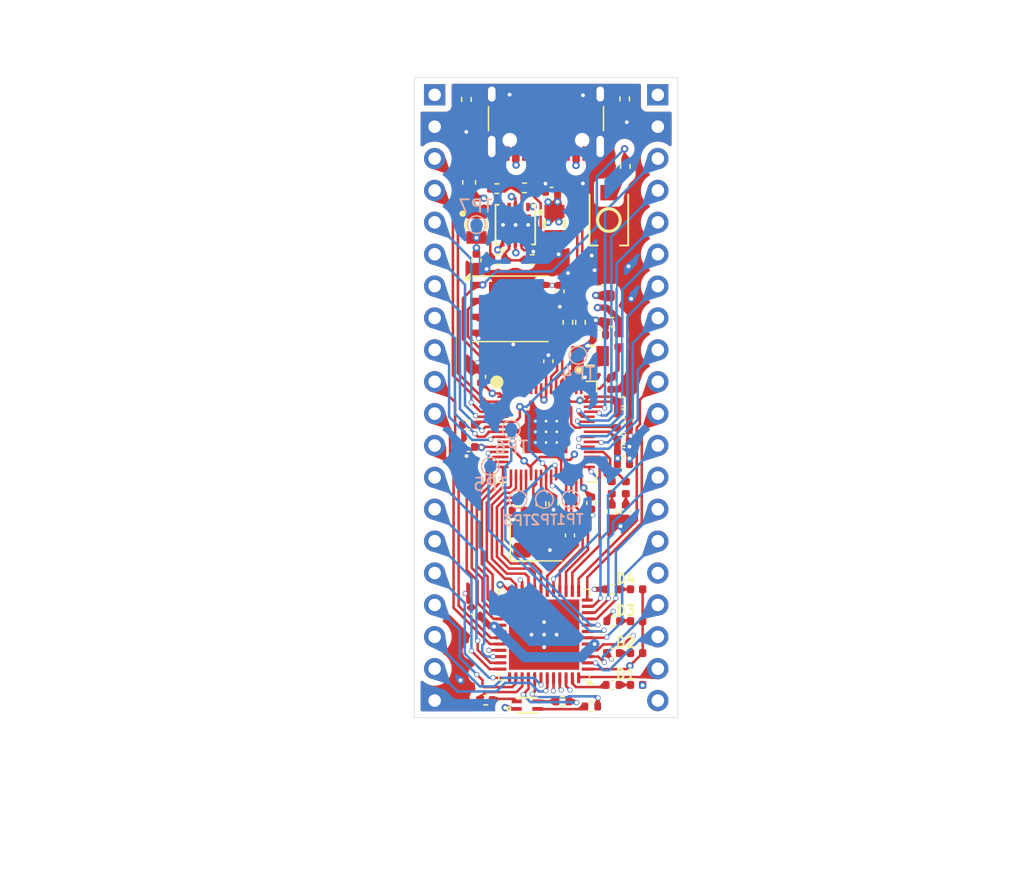
<source format=kicad_pcb>
(kicad_pcb (version 20241229) (generator "pcbnew") (generator_version "9.0")
  (layers (0 "F.Cu" signal) (4 "In1.Cu" signal) (6 "In2.Cu" signal) (2 "B.Cu" signal) (13 "F.Paste" user) (15 "B.Paste" user) (5 "F.SilkS" user "F.Silkscreen") (7 "B.SilkS" user "B.Silkscreen") (1 "F.Mask" user) (3 "B.Mask" user) (25 "Edge.Cuts" user))
  (net 0 "")
  (net 1 "/BUS0")
  (net 2 "Net-(C1-Pad1)")
  (net 3 "SPI_SS")
  (net 4 "/BUS6")
  (net 5 "GND")
  (net 6 "/BUS4")
  (net 7 "1v2")
  (net 8 "CDONE")
  (net 9 "3v3")
  (net 10 "/BUS3")
  (net 11 "D-")
  (net 12 "/BUS7")
  (net 13 "/BUS5")
  (net 14 "/BUS2")
  (net 15 "SPI_MOSI")
  (net 16 "Net-(J1-CC1)")
  (net 17 "/BUS1")
  (net 18 "/IO13")
  (net 19 "CRESETN")
  (net 20 "SPI_MISO")
  (net 21 "SPI_SCLK")
  (net 22 "Net-(U2-XIN)")
  (net 23 "Net-(U2-USB_DM)")
  (net 24 "Net-(U2-VREG_AVDD)")
  (net 25 "Q_SD2")
  (net 26 "1v1")
  (net 27 "Net-(J1-CC2)")
  (net 28 "D+")
  (net 29 "Q_SD0")
  (net 30 "Q_SS")
  (net 31 "Q_SD1")
  (net 32 "Net-(U2-USB_DP)")
  (net 33 "Net-(U2-SWDIO)")
  (net 35 "Q_SD3")
  (net 36 "Net-(U2-XOUT)")
  (net 37 "Q_SCLK")
  (net 38 "Net-(U2-VREG_LX)")
  (net 40 "Net-(U2-SWCLK)")
  (net 41 "Net-(U4-FB2)")
  (net 42 "Net-(U4-LX2)")
  (net 43 "VBUS")
  (net 44 "Net-(U4-FB1)")
  (net 45 "Net-(U4-LX1)")
  (net 46 "/GP1")
  (net 47 "/GP0")
  (net 48 "/GP2")
  (net 49 "/GP27")
  (net 50 "Net-(R7-Pad2)")
  (net 51 "Net-(R13-Pad1)")
  (net 52 "Net-(U1A-RGB0)")
  (net 53 "Net-(R14-Pad1)")
  (net 54 "Net-(U1A-RGB1)")
  (net 55 "Net-(R15-Pad1)")
  (net 56 "Net-(U1A-RGB2)")
  (net 57 "/GP29")
  (net 58 "/GP28")
  (net 59 "/GP6")
  (net 60 "/GP5")
  (net 61 "/GP4")
  (net 62 "/GP3")
  (net 63 "/GP25")
  (net 64 "/GP23")
  (net 65 "/GP24")
  (net 66 "/GP26")
  (net 67 "/IO12")
  (net 68 "/IO2")
  (net 69 "/IO6")
  (net 70 "/IO8")
  (net 71 "/IO4")
  (net 72 "/IO10")
  (net 73 "/IO15")
  (net 74 "/IO7")
  (net 75 "/IO9")
  (net 76 "/IO5")
  (net 77 "/IO3")
  (net 78 "/IO11")
  (net 79 "/IO14")
  (net 80 "/IO1")
  (net 81 "Net-(D1-K)")
  (net 82 "Net-(U1C-IOB_3b_G6)")
  (net 83 "Net-(D2-K)")
  (net 84 "Net-(U1C-IOB_5b)")
  (net 85 "Net-(U1C-IOB_0a)")
  (net 86 "Net-(D3-K)")
  (net 87 "Net-(D4-K)")
  (net 88 "Net-(U1C-IOB_2a)")
  (net 89 "/IO19")
  (net 90 "/IO17")
  (net 91 "/IO18")
  (net 92 "/IO16")
  (net 93 "/IO20")
  (net 94 "Net-(D5-K)")
  (net 95 "Net-(D5-A)")
  (net 96 "Net-(D6-A)")
  (net 97 "Net-(D6-K)")
  (footprint "" (layer "F.Cu") (at 161.2 78.925)
    (property "Reference" "")
    (property "Value" "")
  )
  (footprint "Resistor_SMD:R_0402_1005Metric" (layer "F.Cu") (at 154.15 51.74 90)
    (property "Reference" "R2" (hide yes))
    (property "Value" "5.1k")
  )
  (footprint "easyeda2kicad:IND-SMD_L2.0-W1.6_AOTA-B201610S3R3-101-T" (layer "F.Cu") (at 164 72.185 180)
    (property "Reference" "L1" (hide yes))
    (property "Value" "AOTA-B201610S3R3-101-T")
  )
  (footprint "user_imported_devices:RP2350A_QFN-60_EP_7.75x7.75_Pitch0.4mm" (layer "F.Cu") (at 160.5 78.225)
    (property "Reference" "U2" (hide yes))
    (property "Value" "RP2350A-QFN60")
  )
  (footprint "Resistor_SMD:R_0402_1005Metric" (layer "F.Cu") (at 163.24 69.5 90)
    (property "Reference" "R4" (hide yes))
    (property "Value" "27")
  )
  (footprint "Capacitor_SMD:C_0402_1005Metric" (layer "F.Cu") (at 165.68 74.36 -90)
    (property "Reference" "C3" (hide yes))
    (property "Value" "4.7u")
  )
  (footprint "Resistor_SMD:R_0402_1005Metric" (layer "F.Cu") (at 166.26 70.93 -90)
    (property "Reference" "R6" (hide yes))
    (property "Value" "33")
  )
  (footprint "Package_SON:WSON-8-1EP_6x5mm_P1.27mm_EP3.4x4.3mm" (layer "F.Cu") (at 157.65 68.425)
    (property "Reference" "U3" (hide yes))
    (property "Value" "W25Q128JVP")
  )
  (footprint "Capacitor_SMD:C_0402_1005Metric" (layer "F.Cu") (at 166.66 77.913333)
    (property "Reference" "C17" (hide yes))
    (property "Value" "100n")
  )
  (footprint "Capacitor_SMD:C_0402_1005Metric" (layer "F.Cu") (at 154.88 92.56 135)
    (property "Reference" "C23" (hide yes))
    (property "Value" "4.7u")
  )
  (footprint "Capacitor_SMD:C_0603_1608Metric" (layer "F.Cu") (at 165.4975 66.605 90)
    (property "Reference" "C20" (hide yes))
    (property "Value" "22u")
  )
  (footprint "Capacitor_SMD:C_0402_1005Metric" (layer "F.Cu") (at 166.66 76.776667)
    (property "Reference" "C11" (hide yes))
    (property "Value" "100n")
  )
  (footprint "Connector_USB:USB_C_Receptacle_XKB_U262-16XN-4BVC11" (layer "F.Cu") (at 160.49 52.385 180)
    (property "Reference" "J1" (hide yes))
    (property "Value" "USB_C_Receptacle_USB2.0_16P")
  )
  (footprint "Resistor_SMD:R_0402_1005Metric" (layer "F.Cu") (at 156.58 58.85)
    (property "Reference" "R11" (hide yes))
    (property "Value" "51k")
  )
  (footprint "" (layer "F.Cu") (at 161.2 77.525)
    (property "Reference" "")
    (property "Value" "")
  )
  (footprint "Resistor_SMD:R_0402_1005Metric" (layer "F.Cu") (at 159.4 64.5 180)
    (property "Reference" "R10" (hide yes))
    (property "Value" "51k")
  )
  (footprint "Resistor_SMD:R_0402_1005Metric" (layer "F.Cu") (at 158.78 58.79)
    (property "Reference" "R12" (hide yes))
    (property "Value" "R")
  )
  (footprint "Resistor_SMD:R_0402_1005Metric" (layer "F.Cu") (at 164.1 100.11)
    (property "Reference" "R15" (hide yes))
    (property "Value" "100")
  )
  (footprint "Crystal:Crystal_SMD_3225-4Pin_3.2x2.5mm" (layer "F.Cu") (at 159.7 86.8)
    (property "Reference" "Y1" (hide yes))
    (property "Value" "Crystal_GND24")
  )
  (footprint "Capacitor_SMD:C_0402_1005Metric" (layer "F.Cu") (at 160.93 59.11)
    (property "Reference" "C21" (hide yes))
    (property "Value" "100n")
  )
  (footprint "Package_DFN_QFN:QFN-48-1EP_7x7mm_P0.5mm_EP5.6x5.6mm" (layer "F.Cu") (at 160.34 94.3825 180)
    (property "Reference" "U1" (hide yes))
    (property "Value" "ICE40UP5K-SG48ITR")
  )
  (footprint "Capacitor_SMD:C_0402_1005Metric" (layer "F.Cu") (at 166.66 80.81)
    (property "Reference" "C13" (hide yes))
    (property "Value" "100n")
  )
  (footprint "Resistor_SMD:R_0402_1005Metric" (layer "F.Cu") (at 165.7975 98.39)
    (property "Reference" "R16" (hide yes))
    (property "Value" "100")
  )
  (footprint "LED_SMD:LED_0402_1005Metric" (layer "F.Cu") (at 166.85 82.67125 90)
    (property "Reference" "D5" (hide yes))
    (property "Value" "LED")
  )
  (footprint "" (layer "F.Cu") (at 159.8 78.925)
    (property "Reference" "")
    (property "Value" "")
  )
  (footprint "Resistor_SMD:R_0402_1005Metric" (layer "F.Cu") (at 156.69 64.5 180)
    (property "Reference" "R9" (hide yes))
    (property "Value" "51k")
  )
  (footprint "Resistor_SMD:R_0402_1005Metric" (layer "F.Cu") (at 161.8 99.7)
    (property "Reference" "R14" (hide yes))
    (property "Value" "100")
  )
  (footprint "LED_SMD:LED_0402_1005Metric" (layer "F.Cu") (at 167.70625 95.85)
    (property "Reference" "D2" (hide yes))
    (property "Value" "LED")
  )
  (footprint "Resistor_SMD:R_0402_1005Metric" (layer "F.Cu") (at 162.24 69.5 90)
    (property "Reference" "R3" (hide yes))
    (property "Value" "27")
  )
  (footprint "Capacitor_SMD:C_0402_1005Metric" (layer "F.Cu") (at 161.57 67.03 -90)
    (property "Reference" "C6" (hide yes))
    (property "Value" "100n")
  )
  (footprint "Capacitor_SMD:C_0402_1005Metric" (layer "F.Cu") (at 155.31 73.84 90)
    (property "Reference" "C10" (hide yes))
    (property "Value" "100n")
  )
  (footprint "Capacitor_SMD:C_0402_1005Metric" (layer "F.Cu") (at 154.31 77.66 180)
    (property "Reference" "C18" (hide yes))
    (property "Value" "100n")
  )
  (footprint "Resistor_SMD:R_0402_1005Metric" (layer "F.Cu") (at 160.1 83.96 90)
    (property "Reference" "R5" (hide yes))
    (property "Value" "1k")
  )
  (footprint "easyeda2kicad:IND-SMD_L2.0-W1.6_AOTA-B201610S3R3-101-T" (layer "F.Cu") (at 154.95 61.74 90)
    (property "Reference" "L2" (hide yes))
    (property "Value" "AOTA-B201610S3R3-101-T")
  )
  (footprint "Resistor_SMD:R_0402_1005Metric" (layer "F.Cu") (at 165.84 93.31)
    (property "Reference" "R18" (hide yes))
    (property "Value" "100")
  )
  (footprint "" (layer "F.Cu") (at 159.8 77.525)
    (property "Reference" "")
    (property "Value" "")
  )
  (footprint "Capacitor_SMD:C_0402_1005Metric" (layer "F.Cu") (at 166.66 75.82)
    (property "Reference" "C8" (hide yes))
    (property "Value" "100n")
  )
  (footprint "Resistor_SMD:R_0402_1005Metric" (layer "F.Cu") (at 165.82 95.85)
    (property "Reference" "R17" (hide yes))
    (property "Value" "100")
  )
  (footprint "Resistor_SMD:R_0402_1005Metric" (layer "F.Cu") (at 155.69 99.6 180)
    (property "Reference" "R13" (hide yes))
    (property "Value" "120")
  )
  (footprint "Capacitor_SMD:C_0402_1005Metric" (layer "F.Cu") (at 154.32 79.43 180)
    (property "Reference" "C9" (hide yes))
    (property "Value" "100n")
  )
  (footprint "Resistor_SMD:R_0402_1005Metric" (layer "F.Cu") (at 165.73 84.58125 90)
    (property "Reference" "R21" (hide yes))
    (property "Value" "100")
  )
  (footprint "Resistor_SMD:R_0402_1005Metric" (layer "F.Cu") (at 166.81 57.07 -90)
    (property "Reference" "R7" (hide yes))
    (property "Value" "1k")
  )
  (footprint "Capacitor_SMD:C_0402_1005Metric" (layer "F.Cu") (at 164.76 70.48)
    (property "Reference" "C5" (hide yes))
    (property "Value" "4.7u")
  )
  (footprint "LED_SMD:LED_0402_1005Metric" (layer "F.Cu") (at 167.705 98.39)
    (property "Reference" "D1" (hide yes))
    (property "Value" "LED")
  )
  (footprint "Capacitor_SMD:C_0402_1005Metric" (layer "F.Cu") (at 160.68 72.6 90)
    (property "Reference" "C7" (hide yes))
    (property "Value" "100n")
  )
  (footprint "Capacitor_SMD:C_0402_1005Metric" (layer "F.Cu") (at 162.4 86.48 -90)
    (property "Reference" "C1" (hide yes))
    (property "Value" "15p")
  )
  (footprint "LED_SMD:LED_0402_1005Metric" (layer "F.Cu") (at 165.73 82.67125 90)
    (property "Reference" "D6" (hide yes))
    (property "Value" "LED")
  )
  (footprint "easyeda2kicad:SW-SMD_L3.9-W3.0-P4.45" (layer "F.Cu") (at 165.5 61.35 90)
    (property "Reference" "SW1" (hide yes))
    (property "Value" "SW_Push")
  )
  (footprint "Capacitor_SMD:C_0603_1608Metric" (layer "F.Cu") (at 154.37 58.35 -90)
    (property "Reference" "C22" (hide yes))
    (property "Value" "22u")
  )
  (footprint "Capacitor_SMD:C_0402_1005Metric" (layer "F.Cu") (at 166.66 79.84)
    (property "Reference" "C12" (hide yes))
    (property "Value" "100n")
  )
  (footprint "Resistor_SMD:R_0402_1005Metric" (layer "F.Cu") (at 166.85 84.58125 90)
    (property "Reference" "R20" (hide yes))
    (property "Value" "100")
  )
  (footprint "Resistor_SMD:R_0402_1005Metric" (layer "F.Cu") (at 166.76 51.7 90)
    (property "Reference" "R1" (hide yes))
    (property "Value" "5.1k")
  )
  (footprint "Capacitor_SMD:C_0402_1005Metric" (layer "F.Cu") (at 166.66 78.87)
    (property "Reference" "C14" (hide yes))
    (property "Value" "100n")
  )
  (footprint "Capacitor_SMD:C_0402_1005Metric" (layer "F.Cu") (at 154.95 64.56 -90)
    (property "Reference" "C19" (hide yes))
    (property "Value" "100n")
  )
  (footprint "LED_SMD:LED_0402_1005Metric" (layer "F.Cu") (at 167.70625 90.77)
    (property "Reference" "D4" (hide yes))
    (property "Value" "LED")
  )
  (footprint "Capacitor_SMD:C_0402_1005Metric" (layer "F.Cu") (at 165.79 69.48 180)
    (property "Reference" "C4" (hide yes))
    (property "Value" "4.7u")
  )
  (footprint "Resistor_SMD:R_0402_1005Metric" (layer "F.Cu") (at 165.79625 90.77)
    (property "Reference" "R19" (hide yes))
    (property "Value" "100")
  )
  (footprint "easyeda2kicad:LED-ARRAY-SMD_4P-L1.6-W0.8-BL-FD" (layer "F.Cu") (at 158.9775 100)
    (property "Reference" "U5" (hide yes))
    (property "Value" "TJ-S1608SW6TDSLCCYRGB-A5")
  )
  (footprint "LED_SMD:LED_0402_1005Metric" (layer "F.Cu") (at 167.705 93.31)
    (property "Reference" "D3" (hide yes))
    (property "Value" "LED")
  )
  (footprint "easyeda2kicad:WDFN-10_L3.0-W3.0-P0.50-BL-EP" (layer "F.Cu") (at 158.05 61.72)
    (property "Reference" "U4" (hide yes))
    (property "Value" "RT8075ZQW")
  )
  (footprint "easyeda2kicad:IND-SMD_L2.0-W1.6_AOTA-B201610S3R3-101-T" (layer "F.Cu") (at 161.165 61.65 90)
    (property "Reference" "L3" (hide yes))
    (property "Value" "AOTA-B201610S3R3-101-T")
  )
  (footprint "Capacitor_SMD:C_0402_1005Metric" (layer "F.Cu") (at 164.1 83.9 -90)
    (property "Reference" "C15" (hide yes))
    (property "Value" "100n")
  )
  (footprint "Capacitor_SMD:C_0402_1005Metric" (layer "F.Cu") (at 161.09 83.95 -90)
    (property "Reference" "C16" (hide yes))
    (property "Value" "4.7u")
  )
  (footprint "Capacitor_SMD:C_0402_1005Metric" (layer "F.Cu") (at 158.28 84.49)
    (property "Reference" "C2" (hide yes))
    (property "Value" "15p")
  )
  (footprint "TestPoint:TestPoint_Pad_D1.0mm" (layer "B.Cu") (at 163.04 72.13)
    (property "Reference" "TP4")
    (property "Value" "TestPoint_Alt")
  )
  (footprint "TestPoint:TestPoint_Pad_D1.0mm" (layer "B.Cu") (at 158.252819 83.602857 90)
    (property "Reference" "TP3")
    (property "Value" "TestPoint_Alt")
  )
  (footprint "TestPoint:TestPoint_Pad_D1.0mm" (layer "B.Cu") (at 157.72 78.01)
    (property "Reference" "TP6")
    (property "Value" "TestPoint_Alt")
  )
  (footprint "TestPoint:TestPoint_Pad_D1.0mm" (layer "B.Cu") (at 160.362819 83.602857 90)
    (property "Reference" "TP2")
    (property "Value" "TestPoint_Alt")
  )
  (footprint "TestPoint:TestPoint_Pad_D1.0mm" (layer "B.Cu") (at 162.472819 83.602857 90)
    (property "Reference" "TP1")
    (property "Value" "TestPoint_Alt")
  )
  (footprint "TestPoint:TestPoint_Pad_D1.0mm" (layer "B.Cu") (at 156.06 80.97)
    (property "Reference" "TP5")
    (property "Value" "TestPoint_Alt")
  )
  (footprint "Connector_PinHeader_2.54mm:PinHeader_1x20_P2.54mm_Vertical" (layer "B.Cu") (at 169.4 51.375 180)
    (property "Reference" "J3" (hide yes))
    (property "Value" "Conn_01x20_Pin")
  )
  (footprint "TestPoint:TestPoint_Pad_D1.0mm" (layer "B.Cu") (at 154.96 61.72)
    (property "Reference" "TP7")
    (property "Value" "TestPoint_Alt")
  )
  (footprint "Connector_PinHeader_2.54mm:PinHeader_1x20_P2.54mm_Vertical" (layer "B.Cu") (at 151.62 51.375 180)
    (property "Reference" "J2" (hide yes))
    (property "Value" "Conn_01x20_Pin")
  )
  (gr_rect (start 150 50) (end 171 101) (stroke (width 0.05)) (fill no) (layer "Edge.Cuts"))
  (gr_text "D3" (at 165.951141 92.93 0) (layer "F.SilkS") (effects (font (size 0.8 0.8) (thickness 0.15) (bold yes)) (justify left bottom)))
  (gr_text "D4" (at 165.949891 90.39 0) (layer "F.SilkS") (effects (font (size 0.8 0.8) (thickness 0.15) (bold yes)) (justify left bottom)))
  (gr_text "D1\n" (at 165.951141 98.01 0) (layer "F.SilkS") (effects (font (size 0.8 0.8) (thickness 0.15) (bold yes)) (justify left bottom)))
  (gr_text "D2" (at 165.949891 95.47 0) (layer "F.SilkS") (effects (font (size 0.8 0.8) (thickness 0.15) (bold yes)) (justify left bottom)))
  (segment (start 155.438 91.688398) (end 156.382102 92.6325) (width 0.2) (layer "F.Cu") (net 1))
  (segment (start 154.574 89.0682) (end 155.438 89.9322) (width 0.2) (layer "F.Cu") (net 1))
  (segment (start 155.438 89.9322) (end 155.438 91.688398) (width 0.2) (layer "F.Cu") (net 1))
  (segment (start 157.0625 80.225) (end 156.295 80.225) (width 0.2) (layer "F.Cu") (net 1))
  (segment (start 154.574 83.37585) (end 154.574 89.0682) (width 0.2) (layer "F.Cu") (net 1))
  (segment (start 155.782475 82.167375) (end 154.574 83.37585) (width 0.2) (layer "F.Cu") (net 1))
  (segment (start 156.295 80.225) (end 155.782475 80.737525) (width 0.2) (layer "F.Cu") (net 1))
  (segment (start 155.782475 80.737525) (end 155.782475 82.167375) (width 0.2) (layer "F.Cu") (net 1))
  (segment (start 156.382102 92.6325) (end 156.9025 92.6325) (width 0.2) (layer "F.Cu") (net 1))
  (segment (start 160.1 85.25) (end 160.8 85.95) (width 0.2) (layer "F.Cu") (net 2))
  (segment (start 160.8 85.95) (end 162.35 85.95) (width 0.2) (layer "F.Cu") (net 2))
  (segment (start 160.1 84.48) (end 160.1 85.25) (width 0.2) (layer "F.Cu") (net 2))
  (segment (start 162.35 85.95) (end 162.4 86) (width 0.2) (layer "F.Cu") (net 2))
  (segment (start 161.59 89.31) (end 161.59 90.945) (width 0.2) (layer "F.Cu") (net 3))
  (segment (start 163.412 85.50735) (end 163.412 87.488) (width 0.2) (layer "F.Cu") (net 3))
  (segment (start 162.5 81.6625) (end 162.5 84.59535) (width 0.2) (layer "F.Cu") (net 3))
  (segment (start 162.5 84.59535) (end 163.412 85.50735) (width 0.2) (layer "F.Cu") (net 3))
  (segment (start 163.412 87.488) (end 161.59 89.31) (width 0.2) (layer "F.Cu") (net 3))
  (segment (start 160.09 89.35) (end 159.46 88.72) (width 0.2) (layer "F.Cu") (net 4))
  (segment (start 158.12655 83.879) (end 158.9 83.10555) (width 0.2) (layer "F.Cu") (net 4))
  (segment (start 159.46 88.72) (end 157.7 88.72) (width 0.2) (layer "F.Cu") (net 4))
  (segment (start 156.98 88) (end 156.98 84.37245) (width 0.2) (layer "F.Cu") (net 4))
  (segment (start 157.47345 83.879) (end 158.12655 83.879) (width 0.2) (layer "F.Cu") (net 4))
  (segment (start 158.9 83.10555) (end 158.9 81.6625) (width 0.2) (layer "F.Cu") (net 4))
  (segment (start 156.98 84.37245) (end 157.47345 83.879) (width 0.2) (layer "F.Cu") (net 4))
  (segment (start 160.09 90.945) (end 160.09 89.35) (width 0.2) (layer "F.Cu") (net 4))
  (segment (start 157.7 88.72) (end 156.98 88) (width 0.2) (layer "F.Cu") (net 4))
  (segment (start 157.55 61.22) (end 157.55 60.31) (width 0.2) (layer "F.Cu") (net 5))
  (segment (start 157.85 85.23) (end 157.85 84.54) (width 0.2) (layer "F.Cu") (net 5))
  (segment (start 155.037896 73.087896) (end 155.31 73.36) (width 0.2) (layer "F.Cu") (net 5))
  (segment (start 154.95 70.603811) (end 155.130001 70.783812) (width 0.2) (layer "F.Cu") (net 5))
  (segment (start 162.4 86.96) (end 161.49 86.96) (width 0.2) (layer "F.Cu") (net 5))
  (segment (start 167.14 75.82) (end 167.14 75.42) (width 0.5) (layer "F.Cu") (net 5))
  (segment (start 154.540589 91.601589) (end 154.049 91.11) (width 0.2) (layer "F.Cu") (net 5))
  (segment (start 160.45 58.45) (end 160.45 59.2) (width 0.2) (layer "F.Cu") (net 5))
  (segment (start 154.540589 92.220589) (end 154.540589 91.601589) (width 0.2) (layer "F.Cu") (net 5))
  (segment (start 158.74 63.760057) (end 159.170057 63.760057) (width 0.2) (layer "F.Cu") (net 5))
  (segment (start 154.95 70.33) (end 154.95 70.603811) (width 0.2) (layer "F.Cu") (net 5))
  (segment (start 158.05 61.72) (end 158.07 61.74) (width 0.2) (layer "F.Cu") (net 5))
  (segment (start 166.56 74.84) (end 165.68 74.84) (width 0.5) (layer "F.Cu") (net 5))
  (segment (start 166.85 85.09125) (end 166.85 85.321472) (width 0.2) (layer "F.Cu") (net 5))
  (segment (start 162.9 74.2) (end 163.214 73.886) (width 0.2) (layer "F.Cu") (net 5))
  (segment (start 159.170057 63.760057) (end 159.29 63.88) (width 0.2) (layer "F.Cu") (net 5))
  (segment (start 154.95 65.04) (end 155.543433 65.04) (width 0.2) (layer "F.Cu") (net 5))
  (segment (start 158.55 62.22) (end 158.55 63.13) (width 0.2) (layer "F.Cu") (net 5))
  (segment (start 153.83 79.822892) (end 154.158554 80.151446) (width 0.2) (layer "F.Cu") (net 5))
  (segment (start 158.05 61.72) (end 157.55 61.22) (width 0.2) (layer "F.Cu") (net 5))
  (segment (start 167.14 80.81) (end 167.14 79.4) (width 0.5) (layer "F.Cu") (net 5))
  (segment (start 163.214 73.886) (end 163.595817 73.886) (width 0.2) (layer "F.Cu") (net 5))
  (segment (start 158.55 63.13) (end 158.55 63.570057) (width 0.2) (layer "F.Cu") (net 5))
  (segment (start 167.221 78.550884) (end 167.14 78.631885) (width 0.2) (layer "F.Cu") (net 5))
  (segment (start 161.57 68.24) (end 161.59 68.26) (width 0.2) (layer "F.Cu") (net 5))
  (segment (start 161.49 86.96) (end 160.8 87.65) (width 0.2) (layer "F.Cu") (net 5))
  (segment (start 167.14 78.631885) (end 167.14 78.87) (width 0.2) (layer "F.Cu") (net 5))
  (segment (start 155.037896 72.705002) (end 155.037896 73.087896) (width 0.2) (layer "F.Cu") (net 5))
  (segment (start 164.1 84.38) (end 164.1 84.745418) (width 0.2) (layer "F.Cu") (net 5))
  (segment (start 159.29 63.88) (end 159.91 64.5) (width 0.2) (layer "F.Cu") (net 5))
  (segment (start 159.467148 63.88) (end 159.479439 63.867709) (width 0.2) (layer "F.Cu") (net 5))
  (segment (start 157.85 84.54) (end 157.8 84.49) (width 0.2) (layer "F.Cu") (net 5))
  (segment (start 167.14 75.42) (end 166.56 74.84) (width 0.5) (layer "F.Cu") (net 5))
  (segment (start 164.1 84.745418) (end 164.212146 84.857564) (width 0.2) (layer "F.Cu") (net 5))
  (segment (start 155.543433 65.04) (end 155.756484 65.253051) (width 0.2) (layer "F.Cu") (net 5))
  (segment (start 159.29 63.88) (end 159.467148 63.88) (width 0.2) (layer "F.Cu") (net 5))
  (segment (start 167.14 79.4) (end 167.14 75.82) (width 0.5) (layer "F.Cu") (net 5))
  (segment (start 153.83 79.43) (end 153.83 79.822892) (width 0.2) (layer "F.Cu") (net 5))
  (segment (start 153.83 77.66) (end 153.83 79.43) (width 0.2) (layer "F.Cu") (net 5))
  (segment (start 162.9 74.2) (end 162.9 74.7875) (width 0.2) (layer "F.Cu") (net 5))
  (segment (start 158.55 63.570057) (end 158.74 63.760057) (width 0.2) (layer "F.Cu") (net 5))
  (segment (start 158.07 61.74) (end 158.55 62.22) (width 0.2) (layer "F.Cu") (net 5))
  (segment (start 166.85 85.321472) (end 166.431 85.740472) (width 0.2) (layer "F.Cu") (net 5))
  (segment (start 161.57 67.51) (end 161.57 68.24) (width 0.2) (layer "F.Cu") (net 5))
  (via (at 167.221 78.550884) (size 0.4) (drill 0.3) (layers "F.Cu" "B.Cu") (net 5))
  (via (at 160.68 72.12) (size 0.6) (drill 0.3) (layers "F.Cu" "B.Cu") (net 5))
  (via (at 157.85 85.23) (size 0.6) (drill 0.3) (layers "F.Cu" "B.Cu") (net 5))
  (via (at 157.88 71.26) (size 0.6) (drill 0.3) (layers "F.Cu" "B.Cu") (net 5))
  (via (at 162.25 65.58) (size 0.6) (drill 0.3) (layers "F.Cu" "B.Cu") (net 5))
  (via (at 158.07 61.74) (size 0.4) (drill 0.3) (layers "F.Cu" "B.Cu") (net 5))
  (via (at 161.59 68.26) (size 0.4) (drill 0.3) (layers "F.Cu" "B.Cu") (net 5))
  (via (at 164.36 65.35) (size 0.6) (drill 0.3) (layers "F.Cu" "B.Cu") (net 5))
  (via (at 154.14 54.33) (size 0.6) (drill 0.3) (layers "F.Cu" "B.Cu") (net 5))
  (via (at 160.34 95.3825) (size 0.4) (drill 0.3) (layers "F.Cu" "B.Cu") (net 5))
  (via (at 159.07 61.74) (size 0.4) (drill 0.3) (layers "F.Cu" "B.Cu") (net 5))
  (via (at 160.34 93.3825) (size 0.4) (drill 0.3) (layers "F.Cu" "B.Cu") (net 5))
  (via (at 155.130001 70.783812) (size 0.4) (drill 0.3) (layers "F.Cu" "B.Cu") (net 5))
  (via (at 161.34 94.3825) (size 0.4) (drill 0.3) (layers "F.Cu" "B.Cu") (net 5))
  (via (at 167.07 65.04) (size 0.6) (drill 0.3) (layers "F.Cu" "B.Cu") (net 5))
  (via (at 157.59 51.36) (size 0.6) (drill 0.3) (layers "F.Cu" "B.Cu") (net 5))
  (via (at 155.037896 72.705002) (size 0.4) (drill 0.3) (layers "F.Cu" "B.Cu") (net 5))
  (via (at 160.45 58.45) (size 0.6) (drill 0.3) (layers "F.Cu" "B.Cu") (net 5))
  (via (at 161.09 84.43) (size 0.6) (drill 0.3) (layers "F.Cu" "B.Cu") (net 5))
  (via (at 163.595817 73.886) (size 0.6) (drill 0.3) (layers "F.Cu" "B.Cu") (net 5))
  (via (at 163.44 51.41) (size 0.6) (drill 0.3) (layers "F.Cu" "B.Cu") (net 5))
  (via (at 161.495735 64.075735) (size 0.6) (drill 0.3) (layers "F.Cu" "B.Cu") (net 5))
  (via (at 164.212146 84.857564) (size 0.4) (drill 0.3) (layers "F.Cu" "B.Cu") (net 5))
  (via (at 159.34 94.3825) (size 0.4) (drill 0.3) (layers "F.Cu" "B.Cu") (net 5))
  (via (at 153.68 98.02) (size 0.6) (drill 0.3) (layers "F.Cu" "B.Cu") (net 5))
  (via (at 167.28 67.62) (size 0.6) (drill 0.3) (layers "F.Cu" "B.Cu") (net 5))
  (via (at 163.43 58.44) (size 0.6) (drill 0.3) (layers "F.Cu" "B.Cu") (net 5))
  (via (at 164.46 69.33) (size 0.6) (drill 0.3) (layers "F.Cu" "B.Cu") (net 5))
  (via (at 166.431 85.740472) (size 0.6) (drill 0.3) (layers "F.Cu" "B.Cu") (net 5))
  (via (at 160.8 87.65) (size 0.6) (drill 0.3) (layers "F.Cu" "B.Cu") (net 5))
  (via (at 159.479439 63.867709) (size 0.6) (drill 0.3) (layers "F.Cu" "B.Cu") (net 5))
  (via (at 154.158554 80.151446) (size 0.4) (drill 0.3) (layers "F.Cu" "B.Cu") (net 5))
  (via (at 157.07 61.74) (size 0.4) (drill 0.3) (layers "F.Cu" "B.Cu") (net 5))
  (via (at 155.756484 65.253051) (size 0.6) (drill 0.3) (layers "F.Cu" "B.Cu") (net 5))
  (via (at 154.049 91.11) (size 0.4) (drill 0.3) (layers "F.Cu" "B.Cu") (net 5))
  (via (at 167.14 79.4) (size 0.4) (drill 0.3) (layers "F.Cu" "B.Cu") (net 5))
  (via (at 166.93 53.56) (size 0.6) (drill 0.3) (layers "F.Cu" "B.Cu") (net 5))
  (via (at 164.13 64.18) (size 0.6) (drill 0.3) (layers "F.Cu" "B.Cu") (net 5))
  (via (at 167.14 80.34) (size 0.4) (drill 0.3) (layers "F.Cu" "B.Cu") (net 5))
  (via (at 160.34 94.3825) (size 0.4) (drill 0.3) (layers "F.Cu" "B.Cu") (net 5))
  (segment (start 156.178 88.3322) (end 157.3678 89.522) (width 0.2) (layer "F.Cu") (net 6))
  (segment (start 158.1 82.71) (end 157.733 83.077) (width 0.2) (layer "F.Cu") (net 6))
  (segment (start 157.733 83.077) (end 157.14125 83.077) (width 0.2) (layer "F.Cu") (net 6))
  (segment (start 157.14125 83.077) (end 156.178 84.04025) (width 0.2) (layer "F.Cu") (net 6))
  (segment (start 158.818521 89.522) (end 159.09 89.793479) (width 0.2) (layer "F.Cu") (net 6))
  (segment (start 158.1 81.6625) (end 158.1 82.71) (width 0.2) (layer "F.Cu") (net 6))
  (segment (start 157.3678 89.522) (end 158.818521 89.522) (width 0.2) (layer "F.Cu") (net 6))
  (segment (start 156.178 84.04025) (end 156.178 88.3322) (width 0.2) (layer "F.Cu") (net 6))
  (segment (start 159.09 90.945) (end 159.09 89.793479) (width 0.2) (layer "F.Cu") (net 6))
  (segment (start 155.219411 92.899411) (end 156.0525 93.7325) (width 0.5) (layer "F.Cu") (net 7))
  (segment (start 156.9025 94.1325) (end 156.9025 93.6325) (width 0.2) (layer "F.Cu") (net 7))
  (segment (start 154.95 62.74) (end 154.95 62.76) (width 0.5) (layer "F.Cu") (net 7))
  (segment (start 156.0525 93.7325) (end 156.352 93.7325) (width 0.5) (layer "F.Cu") (net 7))
  (segment (start 156.37 93.7325) (end 156.77 94.1325) (width 0.2) (layer "F.Cu") (net 7))
  (segment (start 156.352 93.7325) (end 156.37 93.7325) (width 0.2) (layer "F.Cu") (net 7))
  (segment (start 156.71 93.7325) (end 156.81 93.6325) (width 0.2) (layer "F.Cu") (net 7))
  (segment (start 156.77 94.1325) (end 156.9025 94.1325) (width 0.2) (layer "F.Cu") (net 7))
  (segment (start 165.4975 67.38) (end 164.4825 67.38) (width 0.5) (layer "F.Cu") (net 7))
  (segment (start 156.81 93.6325) (end 156.9025 93.6325) (width 0.2) (layer "F.Cu") (net 7))
  (segment (start 154.95 63.56) (end 154.95 63.88) (width 0.5) (layer "F.Cu") (net 7))
  (segment (start 156.352 93.7325) (end 156.71 93.7325) (width 0.2) (layer "F.Cu") (net 7))
  (segment (start 164.363281 95.1325) (end 163.7775 95.1325) (width 0.2) (layer "F.Cu") (net 7))
  (via (at 164.363281 95.1325) (size 0.4) (drill 0.3) (layers "F.Cu" "B.Cu") (net 7))
  (via (at 154.95 62.76) (size 0.6) (drill 0.3) (layers "F.Cu" "B.Cu") (net 7))
  (via (at 156.352 93.7325) (size 0.6) (drill 0.3) (layers "F.Cu" "B.Cu") (net 7))
  (via (at 164.4575 67.355) (size 0.6) (drill 0.3) (layers "F.Cu" "B.Cu") (net 7))
  (via (at 154.95 63.56) (size 0.6) (drill 0.3) (layers "F.Cu" "B.Cu") (net 7))
  (segment (start 163.312281 96.1835) (end 158.803 96.1835) (width 0.8) (layer "B.Cu") (net 7))
  (segment (start 154.96 62.75) (end 154.95 62.76) (width 0.2) (layer "B.Cu") (net 7))
  (segment (start 154.96 61.72) (end 154.96 62.75) (width 0.5) (layer "B.Cu") (net 7))
  (segment (start 158.803 96.1835) (end 156.352 93.7325) (width 0.8) (layer "B.Cu") (net 7))
  (segment (start 164.363281 95.1325) (end 163.312281 96.1835) (width 0.8) (layer "B.Cu") (net 7))
  (segment (start 165.015177 94.1325) (end 165.118923 94.028754) (width 0.2) (layer "F.Cu") (net 8))
  (segment (start 163.7775 94.1325) (end 165.015177 94.1325) (width 0.2) (layer "F.Cu") (net 8))
  (segment (start 155.936478 79.925) (end 156.036478 79.825) (width 0.2) (layer "F.Cu") (net 8))
  (segment (start 155.887894 79.924999) (end 155.887895 79.925) (width 0.2) (layer "F.Cu") (net 8))
  (segment (start 155.887895 79.925) (end 155.936478 79.925) (width 0.2) (layer "F.Cu") (net 8))
  (segment (start 156.036478 79.825) (end 157.0625 79.825) (width 0.2) (layer "F.Cu") (net 8))
  (via (at 155.887894 79.924999) (size 0.4) (drill 0.3) (layers "F.Cu" "B.Cu") (net 8))
  (via (at 165.118923 94.028754) (size 0.4) (drill 0.3) (layers "F.Cu" "B.Cu") (net 8))
  (segment (start 155.92 79.93) (end 155.92 86.05795) (width 0.2) (layer "B.Cu") (net 8))
  (segment (start 155.92 86.05795) (end 163.983771 94.121721) (width 0.2) (layer "B.Cu") (net 8))
  (segment (start 155.915 79.925) (end 155.92 79.93) (width 0.2) (layer "B.Cu") (net 8))
  (segment (start 165.025956 94.121721) (end 165.118923 94.028754) (width 0.2) (layer "B.Cu") (net 8))
  (segment (start 163.983771 94.121721) (end 165.025956 94.121721) (width 0.2) (layer "B.Cu") (net 8))
  (segment (start 155.887894 79.924999) (end 155.887895 79.925) (width 0.2) (layer "B.Cu") (net 8))
  (segment (start 155.887895 79.925) (end 155.915 79.925) (width 0.2) (layer "B.Cu") (net 8))
  (segment (start 160.65697 59.917163) (end 161.043521 60.303714) (width 0.5) (layer "F.Cu") (net 9))
  (segment (start 163.3 82.62) (end 163.37 82.69) (width 0.2) (layer "F.Cu") (net 9))
  (segment (start 160.1 74.7875) (end 160.1 75.46) (width 0.2) (layer "F.Cu") (net 9))
  (segment (start 155.401087 79.425) (end 155.57 79.425) (width 0.2) (layer "F.Cu") (net 9))
  (segment (start 167.175625 96.865625) (end 166.90875 97.1325) (width 0.2) (layer "F.Cu") (net 9))
  (segment (start 161.7 80.53) (end 161.399 80.229) (width 0.2) (layer "F.Cu") (net 9))
  (segment (start 161.043521 60.303714) (end 161.043521 60.387988) (width 0.2) (layer "F.Cu") (net 9))
  (segment (start 155.29 79.43) (end 154.79 79.43) (width 0.2) (layer "F.Cu") (net 9))
  (segment (start 157.0625 79.425) (end 155.57 79.425) (width 0.2) (layer "F.Cu") (net 9))
  (segment (start 167.175625 96.865625) (end 168.19125 95.85) (width 0.2) (layer "F.Cu") (net 9))
  (segment (start 156.215686 75.164314) (end 156.794314 75.164314) (width 0.2) (layer "F.Cu") (net 9))
  (segment (start 161.63 80.46) (end 161.399 80.229) (width 0.2) (layer "F.Cu") (net 9))
  (segment (start 160.81 80.229) (end 159.994 80.229) (width 0.2) (layer "F.Cu") (net 9))
  (segment (start 166.18 78.87) (end 166.18 80.81) (width 0.5) (layer "F.Cu") (net 9))
  (segment (start 158.745 80.535) (end 157.635 79.425) (width 0.2) (layer "F.Cu") (net 9))
  (segment (start 158.59 90.945) (end 158.59 90.172894) (width 0.2) (layer "F.Cu") (net 9))
  (segment (start 165.785 75.425) (end 166.18 75.82) (width 0.2) (layer "F.Cu") (net 9))
  (segment (start 160.97 66.55) (end 160.38 66.55) (width 0.2) (layer "F.Cu") (net 9))
  (segment (start 162.1 75.44) (end 162.1 74.7875) (width 0.2) (layer "F.Cu") (net 9))
  (segment (start 157.046721 90.401721) (end 157.59 90.945) (width 0.2) (layer "F.Cu") (net 9))
  (segment (start 155.948059 95.632261) (end 155.948298 95.6325) (width 0.2) (layer "F.Cu") (net 9))
  (segment (start 158.59 90.172894) (end 158.439106 90.022) (width 0.2) (layer "F.Cu") (net 9))
  (segment (start 163.9375 78.225) (end 165.535 78.225) (width 0.2) (layer "F.Cu") (net 9))
  (segment (start 163.5375 75.825) (end 163.9375 75.425) (width 0.2) (layer "F.Cu") (net 9))
  (segment (start 155.295 79.425) (end 155.29 79.43) (width 0.2) (layer "F.Cu") (net 9))
  (segment (start 163.3 75.825) (end 163.9375 75.825) (width 0.2) (layer "F.Cu") (net 9))
  (segment (start 162.41 80.46) (end 161.63 80.46) (width 0.2) (layer "F.Cu") (net 9))
  (segment (start 160.5 75.51853) (end 160.329265 75.689265) (width 0.2) (layer "F.Cu") (net 9))
  (segment (start 162.753991 80.116009) (end 162.41 80.46) (width 0.2) (layer "F.Cu") (net 9))
  (segment (start 159.3 81.09) (end 158.745 80.535) (width 0.2) (layer "F.Cu") (net 9))
  (segment (start 155.531479 59.610051) (end 154.855051 59.610051) (width 0.5) (layer "F.Cu") (net 9))
  (segment (start 161.41 60.405) (end 161.165 60.65) (width 0.2) (layer "F.Cu") (net 9))
  (segment (start 161.399 80.229) (end 160.81 80.229) (width 0.2) (layer "F.Cu") (net 9))
  (segment (start 160.38 66.55) (end 160.35 66.52) (width 0.2) (layer "F.Cu") (net 9))
  (segment (start 163.099998 75.825) (end 162.485 75.825) (width 0.2) (layer "F.Cu") (net 9))
  (segment (start 155.57 79.425) (end 155.295 79.425) (width 0.2) (layer "F.Cu") (net 9))
  (segment (start 161.41 59.2) (end 161.41 60.405) (width 0.5) (layer "F.Cu") (net 9))
  (segment (start 166.18 80.357371) (end 166.198272 80.339099) (width 0.2) (layer "F.Cu") (net 9))
  (segment (start 161.165 60.509467) (end 161.165 60.65) (width 0.2) (layer "F.Cu") (net 9))
  (segment (start 166.90875 97.1325) (end 163.7775 97.1325) (width 0.2) (layer "F.Cu") (net 9))
  (segment (start 161.165 61.145) (end 161.52 61.5) (width 0.2) (layer "F.Cu") (net 9))
  (segment (start 162.753991 80.014086) (end 162.753991 80.116009) (width 0.2) (layer "F.Cu") (net 9))
  (segment (start 157.055 75.425) (end 157.0625 75.425) (width 0.2) (layer "F.Cu") (net 9))
  (segment (start 154.855051 59.610051) (end 154.37 59.125) (width 0.5) (layer "F.Cu") (net 9))
  (segment (start 161.165 60.65) (end 161.165 61.145) (width 0.2) (layer "F.Cu") (net 9))
  (segment (start 162.94 75.825) (end 163.9375 75.825) (width 0.2) (layer "F.Cu") (net 9))
  (segment (start 161.165 60.65) (end 161.165 61.04) (width 0.2) (layer "F.Cu") (net 9))
  (segment (start 156.839999 90.401721) (end 157.023279 90.401721) (width 0.2) (layer "F.Cu") (net 9))
  (segment (start 163.199999 75.724999) (end 163.3 75.825) (width 0.2) (layer "F.Cu") (net 9))
  (segment (start 163.37 82.69) (end 163.5 82.69) (width 0.2) (layer "F.Cu") (net 9))
  (segment (start 157.24 100.2) (end 157.34 100.3) (width 0.2) (layer "F.Cu") (net 9))
  (segment (start 158.59 90.32) (end 158.59 90.945) (width 0.2) (layer "F.Cu") (net 9))
  (segment (start 157.023279 90.401721) (end 157.035 90.39) (width 0.2) (layer "F.Cu") (net 9))
  (segment (start 166.175 75.825) (end 166.18 75.82) (width 0.2) (layer "F.Cu") (net 9))
  (segment (start 157.635 79.425) (end 157.0625 79.425) (width 0.2) (layer "F.Cu") (net 9))
  (segment (start 163.9375 75.425) (end 165.785 75.425) (width 0.2) (layer "F.Cu") (net 9))
  (segment (start 155.355086 79.471) (end 155.401087 79.425) (width 0.2) (layer "F.Cu") (net 9))
  (segment (start 168.19125 95.85) (end 168.19125 90.77) (width 0.2) (layer "F.Cu") (net 9))
  (segment (start 160.5 74.7875) (end 160.5 75.51853) (width 0.2) (layer "F.Cu") (net 9))
  (segment (start 157.34 100.3) (end 158.1575 100.3) (width 0.2) (layer "F.Cu") (net 9))
  (segment (start 159.3 80.923) (end 159.3 81.6625) (width 0.2) (layer "F.Cu") (net 9))
  (segment (start 155.948298 95.6325) (end 156.9025 95.6325) (width 0.2) (layer "F.Cu") (net 9))
  (segment (start 166.27 69.27) (end 165.33 68.33) (width 0.5) (layer "F.Cu") (net 9))
  (segment (start 161.7 81.6625) (end 161.7 80.53) (width 0.2) (layer "F.Cu") (net 9))
  (segment (start 163.9375 75.825) (end 166.175 75.825) (width 0.2) (layer "F.Cu") (net 9))
  (segment (start 163.3 81.6625) (end 163.3 82.62) (width 0.2) (layer "F.Cu") (net 9))
  (segment (start 161.57 66.55) (end 160.97 66.55) (width 0.2) (layer "F.Cu") (net 9))
  (segment (start 156.839999 90.401721) (end 157.046721 90.401721) (width 0.2) (layer "F.Cu") (net 9))
  (segment (start 163.199999 75.724999) (end 163.099998 75.825) (width 0.2) (layer "F.Cu") (net 9))
  (segment (start 166.18 75.82) (end 166.18 76.776667) (width 0.5) (layer "F.Cu") (net 9))
  (segment (start 166.18 70.34) (end 166.26 70.42) (width 0.2) (layer "F.Cu") (net 9))
  (segment (start 166.27 69.48) (end 166.27 69.27) (width 0.5) (layer "F.Cu") (net 9))
  (segment (start 166.27 69.48) (end 166.27 70.35) (width 0.5) (layer "F.Cu") (net 9))
  (segment (start 160.499 73.261) (end 160.499 74.7875) (width 0.2) (layer "F.Cu") (net 9))
  (segment (start 155.945399 95.632261) (end 155.948059 95.632261) (width 0.2) (layer "F.Cu") (net 9))
  (segment (start 156.215686 75.164314) (end 155.371372 74.32) (width 0.2) (layer "F.Cu") (net 9))
  (segment (start 160.1 75.46) (end 160.329265 75.689265) (width 0.2) (layer "F.Cu") (net 9))
  (segment (start 166.18 80.81) (end 166.18 80.357371) (width 0.2) (layer "F.Cu") (net 9))
  (segment (start 163.3 82.62) (end 164.1 83.42) (width 0.2) (layer "F.Cu") (net 9))
  (segment (start 159.3 81.6625) (end 159.3 81.09) (width 0.2) (layer "F.Cu") (net 9))
  (segment (start 161.165 61.04) (end 160.665 61.54) (width 0.5) (layer "F.Cu") (net 9))
  (segment (start 156.794314 75.164314) (end 157.055 75.425) (width 0.2) (layer "F.Cu") (net 9))
  (segment (start 161.043521 60.387988) (end 161.165 60.509467) (width 0.2) (layer "F.Cu") (net 9))
  (segment (start 155.371372 74.32) (end 155.31 74.32) (width 0.2) (layer "F.Cu") (net 9))
  (segment (start 165.535 78.225) (end 166.18 78.87) (width 0.2) (layer "F.Cu") (net 9))
  (segment (start 160.1 74.7875) (end 160.5 74.7875) (width 0.2) (layer "F.Cu") (net 9))
  (segment (start 165.33 68.33) (end 164.595757 68.33) (width 0.5) (layer "F.Cu") (net 9))
  (segment (start 159.994 80.229) (end 159.3 80.923) (width 0.2) (layer "F.Cu") (net 9))
  (segment (start 162.485 75.825) (end 162.1 75.44) (width 0.2) (layer "F.Cu") (net 9))
  (segment (start 160.68 73.08) (end 160.499 73.261) (width 0.2) (layer "F.Cu") (net 9))
  (via (at 160.329265 75.689265) (size 0.6) (drill 0.3) (layers "F.Cu" "B.Cu") (net 9))
  (via (at 156.215686 75.164314) (size 0.6) (drill 0.3) (layers "F.Cu" "B.Cu") (net 9))
  (via (at 160.65697 59.917163) (size 0.6) (drill 0.3) (layers "F.Cu" "B.Cu") (net 9))
  (via (at 155.355086 79.471) (size 0.6) (drill 0.3) (layers "F.Cu" "B.Cu") (net 9))
  (via (at 163.5 82.69) (size 0.6) (drill 0.3) (layers "F.Cu" "B.Cu") (net 9))
  (via (at 167.175625 96.865625) (size 0.6) (drill 0.3) (layers "F.Cu" "B.Cu") (net 9))
  (via (at 155.531479 59.610051) (size 0.6) (drill 0.3) (layers "F.Cu" "B.Cu") (net 9))
  (via (at 161.41 59.9) (size 0.6) (drill 0.3) (layers "F.Cu" "B.Cu") (net 9))
  (via (at 155.945399 95.632261) (size 0.4) (drill 0.3) (layers "F.Cu" "B.Cu") (net 9))
  (via (at 156.839999 90.401721) (size 0.6) (drill 0.3) (layers "F.Cu" "B.Cu") (net 9))
  (via (at 160.97 66.55) (size 0.4) (drill 0.3) (layers "F.Cu" "B.Cu") (net 9))
  (via (at 160.665 61.54) (size 0.6) (drill 0.3) (layers "F.Cu" "B.Cu") (net 9))
  (via (at 166.198272 80.339099) (size 0.6) (drill 0.3) (layers "F.Cu" "B.Cu") (net 9))
  (via (at 158.439106 90.022) (size 0.4) (drill 0.3) (layers "F.Cu" "B.Cu") (net 9))
  (via (at 162.753991 80.014086) (size 0.6) (drill 0.3) (layers "F.Cu" "B.Cu") (net 9))
  (via (at 157.24 100.2) (size 0.6) (drill 0.3) (layers "F.Cu" "B.Cu") (net 9))
  (via (at 164.595757 68.33) (size 0.6) (drill 0.3) (layers "F.Cu" "B.Cu") (net 9))
  (via (at 161.52 61.5) (size 0.6) (drill 0.3) (layers "F.Cu" "B.Cu") (net 9))
  (via (at 158.745 80.535) (size 0.6) (drill 0.3) (layers "F.Cu" "B.Cu") (net 9))
  (via (at 168.19 98.42) (size 0.6) (drill 0.3) (layers "F.Cu" "B.Cu") (net 9))
  (via (at 163.199999 75.724999) (size 0.6) (drill 0.3) (layers "F.Cu" "B.Cu") (net 9))
  (segment (start 155.945399 95.632261) (end 155.950999 95.626661) (width 0.2) (layer "B.Cu") (net 9))
  (segment (start 155.777 88.4983) (end 157.2017 89.923) (width 0.2) (layer "F.Cu") (net 10))
  (segment (start 157.7 82.54) (end 157.564 82.676) (width 0.2) (layer "F.Cu") (net 10))
  (segment (start 157.7 81.6625) (end 157.7 82.54) (width 0.2) (layer "F.Cu") (net 10))
  (segment (start 158.09 90.945) (end 158.09 90.491702) (width 0.2) (layer "F.Cu") (net 10))
  (segment (start 157.564 82.676) (end 156.97515 82.676) (width 0.2) (layer "F.Cu") (net 10))
  (segment (start 157.633 89.923) (end 158.09 90.38) (width 0.2) (layer "F.Cu") (net 10))
  (segment (start 156.97515 82.676) (end 155.777 83.87415) (width 0.2) (layer "F.Cu") (net 10))
  (segment (start 155.777 83.87415) (end 155.777 88.4983) (width 0.2) (layer "F.Cu") (net 10))
  (segment (start 157.2017 89.923) (end 157.633 89.923) (width 0.2) (layer "F.Cu") (net 10))
  (segment (start 158.09 90.38) (end 158.09 90.945) (width 0.2) (layer "F.Cu") (net 10))
  (segment (start 163.24 68.077099) (end 163.381 67.936099) (width 0.2) (layer "F.Cu") (net 11))
  (segment (start 160.24 55.07) (end 160.391 54.919) (width 0.2) (layer "F.Cu") (net 11))
  (segment (start 161.24 57.243443) (end 161.24 56.055) (width 0.2) (layer "F.Cu") (net 11))
  (segment (start 163.24 68.99) (end 163.24 68.077099) (width 0.2) (layer "F.Cu") (net 11))
  (segment (start 161.24 55.1) (end 161.24 56.055) (width 0.2) (layer "F.Cu") (net 11))
  (segment (start 163.24 59.312739) (end 163.24 59.243443) (width 0.2) (layer "F.Cu") (net 11))
  (segment (start 160.391 54.919) (end 161.059 54.919) (width 0.2) (layer "F.Cu") (net 11))
  (segment (start 160.25 56.22) (end 160.25 55.508) (width 0.2) (layer "F.Cu") (net 11))
  (segment (start 163.381 59.453739) (end 163.24 59.312739) (width 0.2) (layer "F.Cu") (net 11))
  (segment (start 163.24 59.243443) (end 161.24 57.243443) (width 0.2) (layer "F.Cu") (net 11))
  (segment (start 161.059 54.919) (end 161.24 55.1) (width 0.2) (layer "F.Cu") (net 11))
  (segment (start 160.24 56.055) (end 160.24 55.07) (width 0.2) (layer "F.Cu") (net 11))
  (segment (start 160.24 56.055) (end 160.24 56.21) (width 0.2) (layer "F.Cu") (net 11))
  (segment (start 160.24 56.21) (end 160.25 56.22) (width 0.2) (layer "F.Cu") (net 11))
  (segment (start 163.381 67.936099) (end 163.381 59.453739) (width 0.2) (layer "F.Cu") (net 11))
  (segment (start 160.25 56.335) (end 160.25 56.22) (width 0.2) (layer "F.Cu") (net 11))
  (segment (start 161.25 55.508) (end 161.25 56.335) (width 0.2) (layer "F.Cu") (net 11))
  (segment (start 162.1 81.6625) (end 162.1 84.76245) (width 0.2) (layer "F.Cu") (net 12))
  (segment (start 162.1 84.76245) (end 163.011 85.67345) (width 0.2) (layer "F.Cu") (net 12))
  (segment (start 163.011 87.28655) (end 160.59 89.70755) (width 0.2) (layer "F.Cu") (net 12))
  (segment (start 160.59 89.70755) (end 160.59 90.945) (width 0.2) (layer "F.Cu") (net 12))
  (segment (start 163.011 85.67345) (end 163.011 87.28655) (width 0.2) (layer "F.Cu") (net 12))
  (segment (start 158.5 82.93) (end 157.952 83.478) (width 0.2) (layer "F.Cu") (net 13))
  (segment (start 157.30735 83.478) (end 156.579 84.20635) (width 0.2) (layer "F.Cu") (net 13))
  (segment (start 156.579 84.20635) (end 156.579 88.1661) (width 0.2) (layer "F.Cu") (net 13))
  (segment (start 158.5 81.6625) (end 158.5 82.93) (width 0.2) (layer "F.Cu") (net 13))
  (segment (start 159.59 89.471) (end 159.59 90.945) (width 0.2) (layer "F.Cu") (net 13))
  (segment (start 156.579 88.1661) (end 157.5339 89.121) (width 0.2) (layer "F.Cu") (net 13))
  (segment (start 159.24 89.121) (end 159.59 89.471) (width 0.2) (layer "F.Cu") (net 13))
  (segment (start 157.952 83.478) (end 157.30735 83.478) (width 0.2) (layer "F.Cu") (net 13))
  (segment (start 157.5339 89.121) (end 159.24 89.121) (width 0.2) (layer "F.Cu") (net 13))
  (segment (start 156.24 89.6) (end 156.24 90.97) (width 0.2) (layer "F.Cu") (net 14))
  (segment (start 155.376 83.70805) (end 155.376 88.736) (width 0.2) (layer "F.Cu") (net 14))
  (segment (start 157.0625 82.02155) (end 155.376 83.70805) (width 0.2) (layer "F.Cu") (net 14))
  (segment (start 155.376 88.736) (end 156.24 89.6) (width 0.2) (layer "F.Cu") (net 14))
  (segment (start 157.0625 81.025) (end 157.0625 82.02155) (width 0.2) (layer "F.Cu") (net 14))
  (segment (start 156.24 90.97) (end 156.9025 91.6325) (width 0.2) (layer "F.Cu") (net 14))
  (segment (start 163.9375 81.025) (end 163.9375 81.2375) (width 0.2) (layer "F.Cu") (net 15))
  (segment (start 163.9375 81.2375) (end 164.1 81.4) (width 0.2) (layer "F.Cu") (net 15))
  (segment (start 161.09 90.945) (end 161.09 89.952329) (width 0.2) (layer "F.Cu") (net 15))
  (via (at 164.1 81.4) (size 0.4) (drill 0.3) (layers "F.Cu" "B.Cu") (net 15))
  (via (at 161.09 89.952329) (size 0.4) (drill 0.3) (layers "F.Cu" "B.Cu") (net 15))
  (segment (start 164.74 82.04) (end 164.74 86.302329) (width 0.2) (layer "B.Cu") (net 15))
  (segment (start 164.74 86.302329) (end 161.09 89.952329) (width 0.2) (layer "B.Cu") (net 15))
  (segment (start 164.1 81.4) (end 164.74 82.04) (width 0.2) (layer "B.Cu") (net 15))
  (segment (start 166.279 52.691) (end 164.249 52.691) (width 0.2) (layer "F.Cu") (net 16))
  (segment (start 164.249 52.691) (end 161.74 55.2) (width 0.2) (layer "F.Cu") (net 16))
  (segment (start 166.76 52.21) (end 166.279 52.691) (width 0.2) (layer "F.Cu") (net 16))
  (segment (start 161.74 55.2) (end 161.74 56.055) (width 0.2) (layer "F.Cu") (net 16))
  (segment (start 155.839 89.7661) (end 155.81645 89.74355) (width 0.2) (layer "F.Cu") (net 17))
  (segment (start 156.183475 80.906525) (end 156.183475 82.333475) (width 0.2) (layer "F.Cu") (net 17))
  (segment (start 156.9025 92.1325) (end 156.449202 92.1325) (width 0.2) (layer "F.Cu") (net 17))
  (segment (start 154.975 83.54195) (end 156.183475 82.333475) (width 0.2) (layer "F.Cu") (net 17))
  (segment (start 155.839 90.66) (end 155.839 89.7661) (width 0.2) (layer "F.Cu") (net 17))
  (segment (start 157.0625 80.625) (end 156.465 80.625) (width 0.2) (layer "F.Cu") (net 17))
  (segment (start 156.449202 92.1325) (end 155.839 91.522298) (width 0.2) (layer "F.Cu") (net 17))
  (segment (start 156.465 80.625) (end 156.183475 80.906525) (width 0.2) (layer "F.Cu") (net 17))
  (segment (start 154.975 87.86) (end 154.975 83.54195) (width 0.2) (layer "F.Cu") (net 17))
  (segment (start 155.81645 89.74355) (end 154.975 88.9021) (width 0.2) (layer "F.Cu") (net 17))
  (segment (start 155.839 91.522298) (end 155.839 90.66) (width 0.2) (layer "F.Cu") (net 17))
  (segment (start 154.975 88.9021) (end 154.975 87.86) (width 0.2) (layer "F.Cu") (net 17))
  (segment (start 165.134776 96.584703) (end 165.120072 96.569999) (width 0.2) (layer "F.Cu") (net 18))
  (segment (start 163.7775 96.1325) (end 163.781 96.129) (width 0.2) (layer "F.Cu") (net 18))
  (segment (start 163.7785 96.1315) (end 163.7775 96.1325) (width 0.2) (layer "F.Cu") (net 18))
  (segment (start 164.65116 96.1315) (end 163.7785 96.1315) (width 0.2) (layer "F.Cu") (net 18))
  (segment (start 165.120072 96.569999) (end 165.089659 96.569999) (width 0.2) (layer "F.Cu") (net 18))
  (segment (start 165.134776 96.587669) (end 165.134776 96.584703) (width 0.2) (layer "F.Cu") (net 18))
  (segment (start 165.089659 96.569999) (end 164.65116 96.1315) (width 0.2) (layer "F.Cu") (net 18))
  (via (at 165.134776 96.587669) (size 0.4) (drill 0.3) (layers "F.Cu" "B.Cu") (net 18))
  (segment (start 169.166479 92.015) (end 169.4 92.015) (width 0.2) (layer "B.Cu") (net 18))
  (segment (start 165.151032 96.471032) (end 165.006659 96.326659) (width 0.2) (layer "B.Cu") (net 18))
  (segment (start 165.006659 96.326659) (end 165.006659 96.17482) (width 0.2) (layer "B.Cu") (net 18))
  (segment (start 165.134776 96.587669) (end 165.151032 96.571413) (width 0.2) (layer "B.Cu") (net 18))
  (segment (start 165.006659 96.17482) (end 169.166479 92.015) (width 0.2) (layer "B.Cu") (net 18))
  (segment (start 165.151032 96.571413) (end 165.151032 96.471032) (width 0.2) (layer "B.Cu") (net 18))
  (segment (start 157.822581 78.961519) (end 157.7591 79.025) (width 0.2) (layer "F.Cu") (net 19))
  (segment (start 164.622497 93.6325) (end 163.7775 93.6325) (width 0.2) (layer "F.Cu") (net 19))
  (segment (start 164.634276 93.620721) (end 164.622497 93.6325) (width 0.2) (layer "F.Cu") (net 19))
  (segment (start 157.7591 79.025) (end 157.0625 79.025) (width 0.2) (layer "F.Cu") (net 19))
  (via (at 164.634276 93.620721) (size 0.4) (drill 0.3) (layers "F.Cu" "B.Cu") (net 19))
  (via (at 157.822581 78.961521) (size 0.4) (drill 0.3) (layers "F.Cu" "B.Cu") (net 19))
  (segment (start 157.25 80.988507) (end 157.72 80.518507) (width 0.2) (layer "B.Cu") (net 19))
  (segment (start 157.822581 78.112581) (end 157.72 78.01) (width 0.2) (layer "B.Cu") (net 19))
  (segment (start 157.72 79.064102) (end 157.822581 78.961521) (width 0.2) (layer "B.Cu") (net 19))
  (segment (start 164.634276 93.620721) (end 164.049871 93.620721) (width 0.2) (layer "B.Cu") (net 19))
  (segment (start 157.25 86.82085) (end 157.25 80.988507) (width 0.2) (layer "B.Cu") (net 19))
  (segment (start 157.72 80.518507) (end 157.72 79.064102) (width 0.2) (layer "B.Cu") (net 19))
  (segment (start 164.049871 93.620721) (end 157.25 86.82085) (width 0.2) (layer "B.Cu") (net 19))
  (segment (start 157.822581 78.961521) (end 157.822581 78.112581) (width 0.2) (layer "B.Cu") (net 19))
  (segment (start 162.59 89.4442) (end 162.59 90.945) (width 0.2) (layer "F.Cu") (net 20))
  (segment (start 163.9375 80.625) (end 164.575 80.625) (width 0.2) (layer "F.Cu") (net 20))
  (segment (start 164.77 80.82) (end 164.77 87.2642) (width 0.2) (layer "F.Cu") (net 20))
  (segment (start 164.3821 87.6521) (end 162.59 89.4442) (width 0.2) (layer "F.Cu") (net 20))
  (segment (start 164.575 80.625) (end 164.77 80.82) (width 0.2) (layer "F.Cu") (net 20))
  (segment (start 164.77 87.2642) (end 164.3821 87.6521) (width 0.2) (layer "F.Cu") (net 20))
  (segment (start 162.9 84.25) (end 163.83 85.18) (width 0.2) (layer "F.Cu") (net 21))
  (segment (start 162.09 89.3771) (end 162.09 90.945) (width 0.2) (layer "F.Cu") (net 21))
  (segment (start 163.83 87.6371) (end 162.09 89.3771) (width 0.2) (layer "F.Cu") (net 21))
  (segment (start 162.9 81.6625) (end 162.9 84.25) (width 0.2) (layer "F.Cu") (net 21))
  (segment (start 163.83 85.18) (end 163.83 87.6371) (width 0.2) (layer "F.Cu") (net 21))
  (segment (start 158.76 84.49) (end 158.929 84.49) (width 0.2) (layer "F.Cu") (net 22))
  (segment (start 159.699 85.26) (end 159.479 85.04) (width 0.2) (layer "F.Cu") (net 22))
  (segment (start 159.479 85.04) (end 159.479 82.621) (width 0.2) (layer "F.Cu") (net 22))
  (segment (start 158.929 84.49) (end 159.479 85.04) (width 0.2) (layer "F.Cu") (net 22))
  (segment (start 159.699 86.551) (end 159.699 85.26) (width 0.2) (layer "F.Cu") (net 22))
  (segment (start 159.7 82.4) (end 159.7 81.6625) (width 0.2) (layer "F.Cu") (net 22))
  (segment (start 158.6 87.65) (end 159.699 86.551) (width 0.2) (layer "F.Cu") (net 22))
  (segment (start 159.479 82.621) (end 159.7 82.4) (width 0.2) (layer "F.Cu") (net 22))
  (segment (start 161.781 73.539) (end 161.781 71.6203) (width 0.2) (layer "F.Cu") (net 23))
  (segment (start 161.781 71.6203) (end 163.24 70.1613) (width 0.2) (layer "F.Cu") (net 23))
  (segment (start 161.3 74.02) (end 161.781 73.539) (width 0.2) (layer "F.Cu") (net 23))
  (segment (start 163.24 70.1613) (end 163.24 70.01) (width 0.2) (layer "F.Cu") (net 23))
  (segment (start 161.3 74.7875) (end 161.3 74.02) (width 0.2) (layer "F.Cu") (net 23))
  (segment (start 163.3 74.7875) (end 164.7725 74.7875) (width 0.2) (layer "F.Cu") (net 24))
  (segment (start 165.68 73.88) (end 166.26 73.3) (width 0.2) (layer "F.Cu") (net 24))
  (segment (start 164.7725 74.7875) (end 165.68 73.88) (width 0.2) (layer "F.Cu") (net 24))
  (segment (start 166.26 73.3) (end 166.26 71.44) (width 0.2) (layer "F.Cu") (net 24))
  (segment (start 158.5 73.727) (end 155.63 70.857) (width 0.2) (layer "F.Cu") (net 25))
  (segment (start 158.5 74.7875) (end 158.5 73.727) (width 0.2) (layer "F.Cu") (net 25))
  (segment (start 155.63 69.74) (end 154.95 69.06) (width 0.2) (layer "F.Cu") (net 25))
  (segment (start 155.63 70.857) (end 155.63 69.74) (width 0.2) (layer "F.Cu") (net 25))
  (segment (start 163.8275 71.3575) (end 163 72.185) (width 0.5) (layer "F.Cu") (net 26))
  (segment (start 160.5 81.6625) (end 160.5 81.018946) (width 0.2) (layer "F.Cu") (net 26))
  (segment (start 163.9375 77.825) (end 166.091667 77.825) (width 0.2) (layer "F.Cu") (net 26))
  (segment (start 161.7 74.7875) (end 161.7 75.63) (width 0.2) (layer "F.Cu") (net 26))
  (segment (start 161.7 74.7875) (end 161.7 74.2) (width 0.2) (layer "F.Cu") (net 26))
  (segment (start 154.79 77.66) (end 155.025 77.425) (width 0.2) (layer "F.Cu") (net 26))
  (segment (start 164.28 70.48) (end 164.28 70.905) (width 0.5) (layer "F.Cu") (net 26))
  (segment (start 161.09 83.35) (end 161.09 83.47) (width 0.2) (layer "F.Cu") (net 26))
  (segment (start 162.81176 77.887219) (end 163.226802 77.887219) (width 0.2) (layer "F.Cu") (net 26))
  (segment (start 164.28 70.905) (end 163.8275 71.3575) (width 0.5) (layer "F.Cu") (net 26))
  (segment (start 162.501 76.301) (end 162.501 77.576459) (width 0.2) (layer "F.Cu") (net 26))
  (segment (start 161.7 74.2) (end 163 72.9) (width 0.2) (layer "F.Cu") (net 26))
  (segment (start 161.7 75.63) (end 162.29 76.22) (width 0.2) (layer "F.Cu") (net 26))
  (segment (start 158.403994 76.219745) (end 158.403994 77.076006) (width 0.2) (layer "F.Cu") (net 26))
  (segment (start 160.5 82.76) (end 161.09 83.35) (width 0.2) (layer "F.Cu") (net 26))
  (segment (start 166.091667 77.825) (end 166.18 77.913333) (width 0.2) (layer "F.Cu") (net 26))
  (segment (start 158.055 77.425) (end 157.0625 77.425) (width 0.2) (layer "F.Cu") (net 26))
  (segment (start 162.501 77.576459) (end 162.81176 77.887219) (width 0.2) (layer "F.Cu") (net 26))
  (segment (start 158.403994 77.076006) (end 158.055 77.425) (width 0.2) (layer "F.Cu") (net 26))
  (segment (start 163.226802 77.887219) (end 163.289021 77.825) (width 0.2) (layer "F.Cu") (net 26))
  (segment (start 160.5 81.6625) (end 160.5 82.76) (width 0.2) (layer "F.Cu") (net 26))
  (segment (start 155.025 77.425) (end 157.0625 77.425) (width 0.2) (layer "F.Cu") (net 26))
  (segment (start 163 72.9) (end 163 72.185) (width 0.2) (layer "F.Cu") (net 26))
  (segment (start 163.289021 77.825) (end 163.9375 77.825) (width 0.2) (layer "F.Cu") (net 26))
  (segment (start 162.42 76.22) (end 162.501 76.301) (width 0.2) (layer "F.Cu") (net 26))
  (segment (start 160.5 81.018946) (end 160.210054 80.729) (width 0.2) (layer "F.Cu") (net 26))
  (segment (start 162.29 76.22) (end 162.42 76.22) (width 0.2) (layer "F.Cu") (net 26))
  (via (at 160.210054 80.729) (size 0.4) (drill 0.3) (layers "F.Cu" "B.Cu") (net 26))
  (via (at 163.8275 71.3575) (size 0.6) (drill 0.3) (layers "F.Cu" "B.Cu") (net 26))
  (via (at 158.403994 76.219745) (size 0.6) (drill 0.3) (layers "F.Cu" "B.Cu") (net 26))
  (segment (start 159.1365 76.952251) (end 158.403994 76.219745) (width 0.2) (layer "B.Cu") (net 26))
  (segment (start 163.8275 71.3575) (end 163.8125 71.3575) (width 0.5) (layer "B.Cu") (net 26))
  (segment (start 158.403994 76.219745) (end 158.950255 76.219745) (width 0.2) (layer "B.Cu") (net 26))
  (segment (start 163.8125 71.3575) (end 163.04 72.13) (width 0.5) (layer "B.Cu") (net 26))
  (segment (start 160.210054 80.729) (end 159.1365 79.655446) (width 0.2) (layer "B.Cu") (net 26))
  (segment (start 159.1365 79.655446) (end 159.1365 76.952251) (width 0.2) (layer "B.Cu") (net 26))
  (segment (start 158.950255 76.219745) (end 163.04 72.13) (width 0.2) (layer "B.Cu") (net 26))
  (segment (start 158.75 55.15) (end 156.291 52.691) (width 0.2) (layer "F.Cu") (net 27))
  (segment (start 154.591 52.691) (end 154.15 52.25) (width 0.2) (layer "F.Cu") (net 27))
  (segment (start 158.75 56.335) (end 158.75 55.15) (width 0.2) (layer "F.Cu") (net 27))
  (segment (start 156.291 52.691) (end 154.591 52.691) (width 0.2) (layer "F.Cu") (net 27))
  (segment (start 160.671161 57.311) (end 159.899 57.311) (width 0.2) (layer "F.Cu") (net 28))
  (segment (start 162.24 68.99) (end 162.24 68.509999) (width 0.2) (layer "F.Cu") (net 28))
  (segment (start 160.75 57.389839) (end 160.75 56.065) (width 0.2) (layer "F.Cu") (net 28))
  (segment (start 160.75 56.065) (end 160.74 56.055) (width 0.2) (layer "F.Cu") (net 28))
  (segment (start 162.98 59.619839) (end 160.75 57.389839) (width 0.2) (layer "F.Cu") (net 28))
  (segment (start 160.75 57.389839) (end 160.671161 57.311) (width 0.2) (layer "F.Cu") (net 28))
  (segment (start 162.98 67.769999) (end 162.98 59.619839) (width 0.2) (layer "F.Cu") (net 28))
  (segment (start 159.899 57.311) (end 159.75 57.162) (width 0.2) (layer "F.Cu") (net 28))
  (segment (start 162.24 68.509999) (end 162.98 67.769999) (width 0.2) (layer "F.Cu") (net 28))
  (segment (start 159.75 56.065) (end 159.74 56.055) (width 0.2) (layer "F.Cu") (net 28))
  (segment (start 159.75 57.162) (end 159.75 56.065) (width 0.2) (layer "F.Cu") (net 28))
  (segment (start 158.9 74.7875) (end 158.9 71.78) (width 0.2) (layer "F.Cu") (net 29))
  (segment (start 158.9 71.78) (end 160.35 70.33) (width 0.2) (layer "F.Cu") (net 29))
  (segment (start 155.449998 66.52) (end 154.95 66.52) (width 0.2) (layer "F.Cu") (net 30))
  (segment (start 166.75 56.5) (end 166.81 56.56) (width 0.2) (layer "F.Cu") (net 30))
  (segment (start 157.7 74.66) (end 153.873 70.833) (width 0.2) (layer "F.Cu") (net 30))
  (segment (start 157.7 74.7875) (end 157.7 74.66) (width 0.2) (layer "F.Cu") (net 30))
  (segment (start 153.873 70.833) (end 153.873 67.597) (width 0.2) (layer "F.Cu") (net 30))
  (segment (start 166.75 55.68) (end 166.75 56.5) (width 0.2) (layer "F.Cu") (net 30))
  (segment (start 153.873 67.597) (end 154.95 66.52) (width 0.2) (layer "F.Cu") (net 30))
  (via (at 155.449998 66.52) (size 0.6) (drill 0.3) (layers "F.Cu" "B.Cu") (net 30))
  (via (at 166.75 55.68) (size 0.6) (drill 0.3) (layers "F.Cu" "B.Cu") (net 30))
  (segment (start 164.54 61.88) (end 160.97 65.45) (width 0.2) (layer "B.Cu") (net 30))
  (segment (start 160.58 65.45) (end 156.519998 65.45) (width 0.2) (layer "B.Cu") (net 30))
  (segment (start 156.519998 65.45) (end 155.449998 66.52) (width 0.2) (layer "B.Cu") (net 30))
  (segment (start 160.97 65.45) (end 160.58 65.45) (width 0.2) (layer "B.Cu") (net 30))
  (segment (start 164.54 57.89) (end 164.54 61.88) (width 0.2) (layer "B.Cu") (net 30))
  (segment (start 166.75 55.68) (end 164.54 57.89) (width 0.2) (layer "B.Cu") (net 30))
  (segment (start 157.236132 73.59705) (end 154.274 70.634918) (width 0.2) (layer "F.Cu") (net 31))
  (segment (start 157.80295 73.59705) (end 157.236132 73.59705) (width 0.2) (layer "F.Cu") (net 31))
  (segment (start 158.1 74.7875) (end 158.1 73.8941) (width 0.2) (layer "F.Cu") (net 31))
  (segment (start 158.1 73.8941) (end 157.80295 73.59705) (width 0.2) (layer "F.Cu") (net 31))
  (segment (start 154.274 68.466) (end 154.95 67.79) (width 0.2) (layer "F.Cu") (net 31))
  (segment (start 154.274 70.634918) (end 154.274 68.466) (width 0.2) (layer "F.Cu") (net 31))
  (segment (start 160.9 74.7875) (end 160.9 73.83) (width 0.2) (layer "F.Cu") (net 32))
  (segment (start 162.24 70.5942) (end 162.24 70.01) (width 0.2) (layer "F.Cu") (net 32))
  (segment (start 161.38 71.4542) (end 162.24 70.5942) (width 0.2) (layer "F.Cu") (net 32))
  (segment (start 160.9 73.83) (end 161.38 73.35) (width 0.2) (layer "F.Cu") (net 32))
  (segment (start 161.38 73.35) (end 161.38 71.4542) (width 0.2) (layer "F.Cu") (net 32))
  (segment (start 161.2 80.87859) (end 161.2 81) (width 0.2) (layer "F.Cu") (net 33))
  (segment (start 161.2 81) (end 161.3 81.1) (width 0.2) (layer "F.Cu") (net 33))
  (segment (start 161.3 81.1) (end 161.3 81.6625) (width 0.2) (layer "F.Cu") (net 33))
  (via (at 161.2 80.87859) (size 0.4) (drill 0.3) (layers "F.Cu" "B.Cu") (net 33))
  (segment (start 161.2 80.87859) (end 161.152914 80.925676) (width 0.2) (layer "B.Cu") (net 33))
  (segment (start 160.93 80.925676) (end 158.252819 83.602857) (width 0.2) (layer "B.Cu") (net 33))
  (segment (start 161.152914 80.925676) (end 160.93 80.925676) (width 0.2) (layer "B.Cu") (net 33))
  (segment (start 160.89255 71.37455) (end 161.427 70.8401) (width 0.2) (layer "F.Cu") (net 35))
  (segment (start 161.427 68.867) (end 160.35 67.79) (width 0.2) (layer "F.Cu") (net 35))
  (segment (start 159.7 74.2) (end 159.702 74.198) (width 0.2) (layer "F.Cu") (net 35))
  (segment (start 159.7 74.7875) (end 159.7 74.2) (width 0.2) (layer "F.Cu") (net 35))
  (segment (start 159.702 72.1122) (end 160.43965 71.37455) (width 0.2) (layer "F.Cu") (net 35))
  (segment (start 161.427 70.8401) (end 161.427 68.867) (width 0.2) (layer "F.Cu") (net 35))
  (segment (start 159.702 74.198) (end 159.702 72.1122) (width 0.2) (layer "F.Cu") (net 35))
  (segment (start 160.43965 71.37455) (end 160.89255 71.37455) (width 0.2) (layer "F.Cu") (net 35))
  (segment (start 160.1 81.6625) (end 160.1 83.46) (width 0.2) (layer "F.Cu") (net 36))
  (segment (start 159.3 72.201) (end 159.301 72.2) (width 0.2) (layer "F.Cu") (net 37))
  (segment (start 161.026 69.736) (end 161.026 70.674) (width 0.2) (layer "F.Cu") (net 37))
  (segment (start 160.35 69.06) (end 161.026 69.736) (width 0.2) (layer "F.Cu") (net 37))
  (segment (start 160.27355 70.97355) (end 159.301 71.9461) (width 0.2) (layer "F.Cu") (net 37))
  (segment (start 159.3 74.7875) (end 159.3 72.201) (width 0.2) (layer "F.Cu") (net 37))
  (segment (start 159.301 71.9461) (end 159.301 72.2) (width 0.2) (layer "F.Cu") (net 37))
  (segment (start 160.72645 70.97355) (end 160.27355 70.97355) (width 0.2) (layer "F.Cu") (net 37))
  (segment (start 161.026 70.674) (end 160.72645 70.97355) (width 0.2) (layer "F.Cu") (net 37))
  (segment (start 163.899 73.286) (end 165 72.185) (width 0.2) (layer "F.Cu") (net 38))
  (segment (start 163.204 73.286) (end 163.899 73.286) (width 0.2) (layer "F.Cu") (net 38))
  (segment (start 162.5 74.7875) (end 162.5 73.99) (width 0.2) (layer "F.Cu") (net 38))
  (segment (start 162.5 73.99) (end 163.204 73.286) (width 0.2) (layer "F.Cu") (net 38))
  (segment (start 160.9 82.430428) (end 160.9 81.6625) (width 0.2) (layer "F.Cu") (net 40))
  (segment (start 161 82.530428) (end 160.9 82.430428) (width 0.2) (layer "F.Cu") (net 40))
  (via (at 161 82.530428) (size 0.4) (drill 0.3) (layers "F.Cu" "B.Cu") (net 40))
  (segment (start 161.230428 82.530428) (end 162.7 84) (width 0.2) (layer "B.Cu") (net 40))
  (segment (start 161 82.530428) (end 161.230428 82.530428) (width 0.2) (layer "B.Cu") (net 40))
  (segment (start 158.55 59.07) (end 158.55 60.31) (width 0.2) (layer "F.Cu") (net 41))
  (segment (start 158.27 58.79) (end 158.55 59.07) (width 0.2) (layer "F.Cu") (net 41))
  (segment (start 158.27 58.79) (end 157.15 58.79) (width 0.2) (layer "F.Cu") (net 41))
  (segment (start 157.15 58.79) (end 157.09 58.85) (width 0.2) (layer "F.Cu") (net 41))
  (segment (start 161 62.65) (end 160.52 63.13) (width 0.2) (layer "F.Cu") (net 42))
  (segment (start 159.5 63.13) (end 160.065 62.565) (width 0.2) (layer "F.Cu") (net 42))
  (segment (start 159.29 59.24) (end 159.29 58.79) (width 0.2) (layer "F.Cu") (net 42))
  (segment (start 160.065 60.015) (end 159.29 59.24) (width 0.2) (layer "F.Cu") (net 42))
  (segment (start 160.065 62.565) (end 160.065 60.015) (width 0.2) (layer "F.Cu") (net 42))
  (segment (start 159.5 63.13) (end 160.52 63.13) (width 0.4) (layer "F.Cu") (net 42))
  (segment (start 159.05 63.13) (end 159.5 63.13) (width 0.3) (layer "F.Cu") (net 42))
  (segment (start 161.165 62.65) (end 161 62.65) (width 0.2) (layer "F.Cu") (net 42))
  (segment (start 158.023009 59.607222) (end 158.05 59.634213) (width 0.2) (layer "F.Cu") (net 43))
  (segment (start 157.867311 59.607222) (end 158.023009 59.607222) (width 0.2) (layer "F.Cu") (net 43))
  (segment (start 159.434 60.31) (end 159.464 60.28) (width 0.2) (layer "F.Cu") (net 43))
  (segment (start 158.11 56.97) (end 157.94 56.8) (width 0.2) (layer "F.Cu") (net 43))
  (segment (start 158.05 59.634213) (end 158.05 60.31) (width 0.2) (layer "F.Cu") (net 43))
  (segment (start 163.04 56.055) (end 163.04 56.84) (width 0.2) (layer "F.Cu") (net 43))
  (segment (start 163.04 56.84) (end 162.88 57) (width 0.2) (layer "F.Cu") (net 43))
  (segment (start 159.05 60.31) (end 159.434 60.31) (width 0.2) (layer "F.Cu") (net 43))
  (segment (start 158.11 56.97) (end 158.24 56.84) (width 0.2) (layer "F.Cu") (net 43))
  (segment (start 157.05 63.13) (end 157.05 63.324212) (width 0.2) (layer "F.Cu") (net 43))
  (segment (start 157.05 63.324212) (end 156.651 63.723212) (width 0.2) (layer "F.Cu") (net 43))
  (segment (start 158.05 63.13) (end 158.05 63.92) (width 0.2) (layer "F.Cu") (net 43))
  (segment (start 162.74 56.055) (end 162.74 56.86) (width 0.2) (layer "F.Cu") (net 43))
  (segment (start 157.94 56.8) (end 157.94 56.055) (width 0.2) (layer "F.Cu") (net 43))
  (segment (start 162.74 56.86) (end 162.88 57) (width 0.2) (layer "F.Cu") (net 43))
  (segment (start 157.742893 59.482804) (end 157.867311 59.607222) (width 0.2) (layer "F.Cu") (net 43))
  (segment (start 158.24 56.84) (end 158.24 56.055) (width 0.2) (layer "F.Cu") (net 43))
  (segment (start 158.05 63.92) (end 158.09 63.96) (width 0.2) (layer "F.Cu") (net 43))
  (via (at 158.11 56.97) (size 0.6) (drill 0.3) (layers "F.Cu" "B.Cu") (net 43))
  (via (at 158.09 63.96) (size 0.6) (drill 0.3) (layers "F.Cu" "B.Cu") (net 43))
  (via (at 157.742893 59.482804) (size 0.6) (drill 0.3) (layers "F.Cu" "B.Cu") (net 43))
  (via (at 159.464 60.28) (size 0.6) (drill 0.3) (layers "F.Cu" "B.Cu") (net 43))
  (via (at 162.88 57) (size 0.6) (drill 0.3) (layers "F.Cu" "B.Cu") (net 43))
  (via (at 156.651 63.723212) (size 0.6) (drill 0.3) (layers "F.Cu" "B.Cu") (net 43))
  (segment (start 158.89 64.5) (end 158.829 64.561) (width 0.2) (layer "F.Cu") (net 44))
  (segment (start 157.55 63.66) (end 157.2 64.01) (width 0.2) (layer "F.Cu") (net 44))
  (segment (start 158.829 64.561) (end 157.261 64.561) (width 0.2) (layer "F.Cu") (net 44))
  (segment (start 157.261 64.561) (end 157.2 64.5) (width 0.2) (layer "F.Cu") (net 44))
  (segment (start 157.55 63.13) (end 157.55 63.66) (width 0.2) (layer "F.Cu") (net 44))
  (segment (start 157.2 64.01) (end 157.2 64.5) (width 0.2) (layer "F.Cu") (net 44))
  (segment (start 156.03 64.35) (end 156.03 64.32) (width 0.2) (layer "F.Cu") (net 45))
  (segment (start 156.18 64.5) (end 156.03 64.35) (width 0.2) (layer "F.Cu") (net 45))
  (segment (start 155.38 60.31) (end 154.95 60.74) (width 0.2) (layer "F.Cu") (net 45))
  (segment (start 156.03 64.32) (end 156.051 64.299) (width 0.2) (layer "F.Cu") (net 45))
  (segment (start 156.051 64.299) (end 156.051 60.969) (width 0.2) (layer "F.Cu") (net 45))
  (segment (start 155.54 60.31) (end 155.1 60.75) (width 0.4) (layer "F.Cu") (net 45))
  (segment (start 155.54 60.31) (end 155.38 60.31) (width 0.2) (layer "F.Cu") (net 45))
  (segment (start 157.05 60.31) (end 155.54 60.31) (width 0.3) (layer "F.Cu") (net 45))
  (segment (start 156.71 60.31) (end 157.05 60.31) (width 0.2) (layer "F.Cu") (net 45))
  (segment (start 156.051 60.969) (end 156.71 60.31) (width 0.2) (layer "F.Cu") (net 45))
  (segment (start 155.5779 76.225) (end 153.071 73.7181) (width 0.2) (layer "F.Cu") (net 46))
  (segment (start 153.071 60.446) (end 153.071 73.7181) (width 0.2) (layer "F.Cu") (net 46))
  (segment (start 157.0625 76.225) (end 155.5779 76.225) (width 0.2) (layer "F.Cu") (net 46))
  (segment (start 151.62 58.995) (end 153.071 60.446) (width 0.2) (layer "F.Cu") (net 46))
  (segment (start 155.745 75.825) (end 153.472 73.552) (width 0.2) (layer "F.Cu") (net 47))
  (segment (start 157.0625 75.825) (end 155.745 75.825) (width 0.2) (layer "F.Cu") (net 47))
  (segment (start 153.472 58.307) (end 151.62 56.455) (width 0.2) (layer "F.Cu") (net 47))
  (segment (start 153.472 73.552) (end 153.472 58.307) (width 0.2) (layer "F.Cu") (net 47))
  (segment (start 157.0625 76.625) (end 155.270792 76.625) (width 0.2) (layer "F.Cu") (net 48))
  (segment (start 155.270792 76.625) (end 154.537896 75.892104) (width 0.2) (layer "F.Cu") (net 48))
  (via (at 154.537896 75.892104) (size 0.4) (drill 0.3) (layers "F.Cu" "B.Cu") (net 48))
  (segment (start 154.537896 75.892104) (end 154.537896 64.452896) (width 0.2) (layer "B.Cu") (net 48))
  (segment (start 154.537896 64.452896) (end 151.62 61.535) (width 0.2) (layer "B.Cu") (net 48))
  (segment (start 163.09 76.75) (end 163.09 76.528332) (width 0.2) (layer "F.Cu") (net 49))
  (segment (start 163.9375 77.025) (end 163.365 77.025) (width 0.2) (layer "F.Cu") (net 49))
  (segment (start 163.365 77.025) (end 163.09 76.75) (width 0.2) (layer "F.Cu") (net 49))
  (via (at 163.09 76.528332) (size 0.4) (drill 0.3) (layers "F.Cu" "B.Cu") (net 49))
  (segment (start 165.470378 77.326) (end 166.11 76.686378) (width 0.2) (layer "B.Cu") (net 49))
  (segment (start 166.11 64.825) (end 169.4 61.535) (width 0.2) (layer "B.Cu") (net 49))
  (segment (start 163.946 77.326) (end 165.470378 77.326) (width 0.2) (layer "B.Cu") (net 49))
  (segment (start 166.11 76.686378) (end 166.11 64.825) (width 0.2) (layer "B.Cu") (net 49))
  (segment (start 163.09 76.528332) (end 163.148332 76.528332) (width 0.2) (layer "B.Cu") (net 49))
  (segment (start 163.148332 76.528332) (end 163.946 77.326) (width 0.2) (layer "B.Cu") (net 49))
  (segment (start 166.03 58.62) (end 166.07 58.66) (width 0.2) (layer "F.Cu") (net 50))
  (segment (start 166.44 58.29) (end 165.96 58.29) (width 0.2) (layer "F.Cu") (net 50))
  (segment (start 166.87 57.86) (end 166.44 58.29) (width 0.2) (layer "F.Cu") (net 50))
  (segment (start 166.81 57.58) (end 166.87 57.64) (width 0.2) (layer "F.Cu") (net 50))
  (segment (start 166.87 57.64) (end 166.87 57.86) (width 0.2) (layer "F.Cu") (net 50))
  (segment (start 166.44 58.29) (end 166.07 58.66) (width 0.2) (layer "F.Cu") (net 50))
  (segment (start 165.96 58.29) (end 165.56 58.69) (width 0.2) (layer "F.Cu") (net 50))
  (segment (start 158.1575 99.7) (end 158 99.7) (width 0.2) (layer "F.Cu") (net 51))
  (segment (start 156.11 99.58) (end 156.191 99.499) (width 0.2) (layer "F.Cu") (net 51))
  (segment (start 157.9565 99.499) (end 158.1575 99.7) (width 0.2) (layer "F.Cu") (net 51))
  (segment (start 156.191 99.499) (end 157.9565 99.499) (width 0.2) (layer "F.Cu") (net 51))
  (segment (start 155.711 98.959) (end 156.709 98.959) (width 0.2) (layer "F.Cu") (net 52))
  (segment (start 156.71 98.96) (end 158.14 98.96) (width 0.2) (layer "F.Cu") (net 52))
  (segment (start 156.709 98.959) (end 156.71 98.96) (width 0.2) (layer "F.Cu") (net 52))
  (segment (start 158.14 98.96) (end 158.6 98.5) (width 0.2) (layer "F.Cu") (net 52))
  (segment (start 158.6 98.5) (end 158.6 97.6) (width 0.2) (layer "F.Cu") (net 52))
  (segment (start 155.09 99.58) (end 155.711 98.959) (width 0.2) (layer "F.Cu") (net 52))
  (segment (start 159.7975 99.7) (end 161.29 99.7) (width 0.2) (layer "F.Cu") (net 53))
  (segment (start 158.67 99.161) (end 158.858261 98.972739) (width 0.2) (layer "F.Cu") (net 54))
  (segment (start 159.1 98.707108) (end 159.1 97.6) (width 0.2) (layer "F.Cu") (net 54))
  (segment (start 162.31 99.7) (end 162.835582 99.7) (width 0.2) (layer "F.Cu") (net 54))
  (segment (start 158.858261 98.948847) (end 159.1 98.707108) (width 0.2) (layer "F.Cu") (net 54))
  (segment (start 162.835582 99.7) (end 162.934582 99.799) (width 0.2) (layer "F.Cu") (net 54))
  (segment (start 158.858261 98.972739) (end 158.858261 98.948847) (width 0.2) (layer "F.Cu") (net 54))
  (via (at 162.934582 99.799) (size 0.4) (drill 0.3) (layers "F.Cu" "B.Cu") (net 54))
  (via (at 158.67 99.161) (size 0.4) (drill 0.3) (layers "F.Cu" "B.Cu") (net 54))
  (segment (start 162.509 99.799) (end 162.47 99.76) (width 0.2) (layer "B.Cu") (net 54))
  (segment (start 158.67 99.167338) (end 158.67 99.161) (width 0.2) (layer "B.Cu") (net 54))
  (segment (start 159.262662 99.76) (end 158.67 99.167338) (width 0.2) (layer "B.Cu") (net 54))
  (segment (start 162.47 99.76) (end 159.262662 99.76) (width 0.2) (layer "B.Cu") (net 54))
  (segment (start 162.934582 99.799) (end 162.509 99.799) (width 0.2) (layer "B.Cu") (net 54))
  (segment (start 159.7975 100.3) (end 159.8185 100.321) (width 0.2) (layer "F.Cu") (net 55))
  (segment (start 163.469 100.321) (end 163.59 100.2) (width 0.2) (layer "F.Cu") (net 55))
  (segment (start 159.8185 100.321) (end 163.469 100.321) (width 0.2) (layer "F.Cu") (net 55))
  (segment (start 159.400801 99.113415) (end 159.6 98.914216) (width 0.2) (layer "F.Cu") (net 56))
  (segment (start 159.6 98.914216) (end 159.6 97.6) (width 0.2) (layer "F.Cu") (net 56))
  (segment (start 164.61 99.46) (end 164.61 100.2) (width 0.2) (layer "F.Cu") (net 56))
  (segment (start 164.64 99.43) (end 164.61 99.46) (width 0.2) (layer "F.Cu") (net 56))
  (via (at 159.400801 99.113415) (size 0.4) (drill 0.3) (layers "F.Cu" "B.Cu") (net 56))
  (via (at 164.64 99.43) (size 0.4) (drill 0.3) (layers "F.Cu" "B.Cu") (net 56))
  (segment (start 159.570183 99.359) (end 162.242479 99.359) (width 0.2) (layer "B.Cu") (net 56))
  (segment (start 159.400801 99.189618) (end 159.570183 99.359) (width 0.2) (layer "B.Cu") (net 56))
  (segment (start 162.302479 99.299) (end 164.509 99.299) (width 0.2) (layer "B.Cu") (net 56))
  (segment (start 162.242479 99.359) (end 162.302479 99.299) (width 0.2) (layer "B.Cu") (net 56))
  (segment (start 159.400801 99.113415) (end 159.400801 99.189618) (width 0.2) (layer "B.Cu") (net 56))
  (segment (start 164.509 99.299) (end 164.64 99.43) (width 0.2) (layer "B.Cu") (net 56))
  (segment (start 165.161796 76.325) (end 165.161796 76.291039) (width 0.2) (layer "F.Cu") (net 57))
  (segment (start 165.161796 76.291039) (end 165.095757 76.225) (width 0.2) (layer "F.Cu") (net 57))
  (segment (start 165.095757 76.225) (end 163.9375 76.225) (width 0.2) (layer "F.Cu") (net 57))
  (via (at 165.161796 76.325) (size 0.4) (drill 0.3) (layers "F.Cu" "B.Cu") (net 57))
  (segment (start 165.195757 60.659243) (end 169.4 56.455) (width 0.2) (layer "B.Cu") (net 57))
  (segment (start 165.195757 76.291039) (end 165.195757 60.659243) (width 0.2) (layer "B.Cu") (net 57))
  (segment (start 165.161796 76.325) (end 165.195757 76.291039) (width 0.2) (layer "B.Cu") (net 57))
  (segment (start 164.731019 76.696019) (end 164.66 76.625) (width 0.2) (layer "F.Cu") (net 58))
  (segment (start 164.731019 76.742649) (end 164.731019 76.696019) (width 0.2) (layer "F.Cu") (net 58))
  (segment (start 164.66 76.625) (end 163.9375 76.625) (width 0.2) (layer "F.Cu") (net 58))
  (via (at 164.731019 76.742649) (size 0.4) (drill 0.3) (layers "F.Cu" "B.Cu") (net 58))
  (segment (start 165.304278 76.925) (end 165.7 76.529278) (width 0.2) (layer "B.Cu") (net 58))
  (segment (start 165.7 76.529278) (end 165.7 62.695) (width 0.2) (layer "B.Cu") (net 58))
  (segment (start 164.91337 76.925) (end 165.304278 76.925) (width 0.2) (layer "B.Cu") (net 58))
  (segment (start 164.731019 76.742649) (end 164.777649 76.742649) (width 0.2) (layer "B.Cu") (net 58))
  (segment (start 164.731019 76.742649) (end 164.91337 76.925) (width 0.2) (layer "B.Cu") (net 58))
  (segment (start 165.7 62.695) (end 169.4 58.995) (width 0.2) (layer "B.Cu") (net 58))
  (segment (start 156.295247 78.625) (end 157.0625 78.625) (width 0.2) (layer "F.Cu") (net 59))
  (segment (start 156.090124 78.830123) (end 156.295247 78.625) (width 0.2) (layer "F.Cu") (net 59))
  (via (at 156.090124 78.830123) (size 0.4) (drill 0.3) (layers "F.Cu" "B.Cu") (net 59))
  (segment (start 156.049247 78.871) (end 156.090124 78.830123) (width 0.2) (layer "B.Cu") (net 59))
  (segment (start 152.771 77.028749) (end 154.613251 78.871) (width 0.2) (layer "B.Cu") (net 59))
  (segment (start 151.62 71.695) (end 152.771 72.846) (width 0.2) (layer "B.Cu") (net 59))
  (segment (start 152.771 72.846) (end 152.771 77.028749) (width 0.2) (layer "B.Cu") (net 59))
  (segment (start 154.613251 78.871) (end 156.049247 78.871) (width 0.2) (layer "B.Cu") (net 59))
  (segment (start 155.595342 78.617797) (end 155.068569 78.617797) (width 0.2) (layer "F.Cu") (net 60))
  (segment (start 157.0625 78.225) (end 155.935 78.225) (width 0.2) (layer "F.Cu") (net 60))
  (segment (start 155.91 78.303139) (end 155.595342 78.617797) (width 0.2) (layer "F.Cu") (net 60))
  (segment (start 155.91 78.25) (end 155.91 78.303139) (width 0.2) (layer "F.Cu") (net 60))
  (segment (start 155.068569 78.617797) (end 154.820772 78.37) (width 0.2) (layer "F.Cu") (net 60))
  (segment (start 155.935 78.225) (end 155.91 78.25) (width 0.2) (layer "F.Cu") (net 60))
  (via (at 154.820772 78.37) (size 0.4) (drill 0.3) (layers "F.Cu" "B.Cu") (net 60))
  (segment (start 153.234896 76.784124) (end 153.234896 70.769896) (width 0.2) (layer "B.Cu") (net 60))
  (segment (start 153.234896 70.769896) (end 151.62 69.155) (width 0.2) (layer "B.Cu") (net 60))
  (segment (start 154.820772 78.37) (end 153.234896 76.784124) (width 0.2) (layer "B.Cu") (net 60))
  (segment (start 155.85 77.83) (end 155.855 77.825) (width 0.2) (layer "F.Cu") (net 61))
  (segment (start 155.674618 77.83) (end 155.85 77.83) (width 0.2) (layer "F.Cu") (net 61))
  (segment (start 155.855 77.825) (end 157.0625 77.825) (width 0.2) (layer "F.Cu") (net 61))
  (segment (start 155.387821 78.116797) (end 155.674618 77.83) (width 0.2) (layer "F.Cu") (net 61))
  (via (at 155.387821 78.116797) (size 0.4) (drill 0.3) (layers "F.Cu" "B.Cu") (net 61))
  (segment (start 153.635896 76.405732) (end 155.346961 78.116797) (width 0.2) (layer "B.Cu") (net 61))
  (segment (start 151.62 66.615) (end 153.635896 68.630896) (width 0.2) (layer "B.Cu") (net 61))
  (segment (start 153.635896 68.630896) (end 153.635896 76.405732) (width 0.2) (layer "B.Cu") (net 61))
  (segment (start 155.346961 78.116797) (end 155.387821 78.116797) (width 0.2) (layer "B.Cu") (net 61))
  (segment (start 154.883983 76.945298) (end 154.963684 77.025) (width 0.2) (layer "F.Cu") (net 62))
  (segment (start 154.963684 77.025) (end 157.0625 77.025) (width 0.2) (layer "F.Cu") (net 62))
  (via (at 154.883983 76.945298) (size 0.4) (drill 0.3) (layers "F.Cu" "B.Cu") (net 62))
  (segment (start 154.036896 76.098212) (end 154.036896 66.491896) (width 0.2) (layer "B.Cu") (net 62))
  (segment (start 154.036896 66.491896) (end 151.62 64.075) (width 0.2) (layer "B.Cu") (net 62))
  (segment (start 154.883983 76.945298) (end 154.036896 76.098212) (width 0.2) (layer "B.Cu") (net 62))
  (segment (start 163.272108 78.625) (end 163.098554 78.798554) (width 0.2) (layer "F.Cu") (net 63))
  (segment (start 163.9375 78.625) (end 163.272108 78.625) (width 0.2) (layer "F.Cu") (net 63))
  (via (at 163.098554 78.798554) (size 0.4) (drill 0.3) (layers "F.Cu" "B.Cu") (net 63))
  (segment (start 165.360578 78.57) (end 163.327108 78.57) (width 0.2) (layer "B.Cu") (net 63))
  (segment (start 166.971 76.959578) (end 166.971 69.044) (width 0.2) (layer "B.Cu") (net 63))
  (segment (start 163.327108 78.57) (end 163.098554 78.798554) (width 0.2) (layer "B.Cu") (net 63))
  (segment (start 165.360578 78.57) (end 166.971 76.959578) (width 0.2) (layer "B.Cu") (net 63))
  (segment (start 166.971 69.044) (end 169.4 66.615) (width 0.2) (layer "B.Cu") (net 63))
  (segment (start 163.20934 79.4) (end 163.23434 79.425) (width 0.2) (layer "F.Cu") (net 64))
  (segment (start 163.09 79.4) (end 163.20934 79.4) (width 0.2) (layer "F.Cu") (net 64))
  (segment (start 163.23434 79.425) (end 163.9375 79.425) (width 0.2) (layer "F.Cu") (net 64))
  (via (at 163.09 79.4) (size 0.4) (drill 0.3) (layers "F.Cu" "B.Cu") (net 64))
  (segment (start 163.09 79.4) (end 163.1806 79.4) (width 0.2) (layer "B.Cu") (net 64))
  (segment (start 163.1806 79.4) (end 163.3516 79.571) (width 0.2) (layer "B.Cu") (net 64))
  (segment (start 167.801 73.294) (end 169.4 71.695) (width 0.2) (layer "B.Cu") (net 64))
  (segment (start 167.801 77.263778) (end 167.801 73.294) (width 0.2) (layer "B.Cu") (net 64))
  (segment (start 163.3516 79.571) (end 165.493778 79.571) (width 0.2) (layer "B.Cu") (net 64))
  (segment (start 165.493778 79.571) (end 167.801 77.263778) (width 0.2) (layer "B.Cu") (net 64))
  (segment (start 163.9375 79.025) (end 164.845 79.025) (width 0.2) (layer "F.Cu") (net 65))
  (segment (start 164.845 79.025) (end 164.89 79.07) (width 0.2) (layer "F.Cu") (net 65))
  (via (at 164.89 79.07) (size 0.4) (drill 0.3) (layers "F.Cu" "B.Cu") (net 65))
  (segment (start 165.427678 79.07) (end 167.4 77.097678) (width 0.2) (layer "B.Cu") (net 65))
  (segment (start 167.4 71.155) (end 169.4 69.155) (width 0.2) (layer "B.Cu") (net 65))
  (segment (start 164.89 79.07) (end 165.427678 79.07) (width 0.2) (layer "B.Cu") (net 65))
  (segment (start 167.4 77.097678) (end 167.4 71.155) (width 0.2) (layer "B.Cu") (net 65))
  (segment (start 163.176219 77.386219) (end 163.215 77.425) (width 0.2) (layer "F.Cu") (net 66))
  (segment (start 163.000999 77.368106) (end 163.019112 77.386219) (width 0.2) (layer "F.Cu") (net 66))
  (segment (start 163.019112 77.386219) (end 163.176219 77.386219) (width 0.2) (layer "F.Cu") (net 66))
  (segment (start 163.215 77.425) (end 163.9375 77.425) (width 0.2) (layer "F.Cu") (net 66))
  (via (at 163.000999 77.368106) (size 0.4) (drill 0.3) (layers "F.Cu" "B.Cu") (net 66))
  (segment (start 163.09 77.55) (end 163.267 77.727) (width 0.2) (layer "B.Cu") (net 66))
  (segment (start 166.57 66.905) (end 169.4 64.075) (width 0.2) (layer "B.Cu") (net 66))
  (segment (start 163.040602 77.496255) (end 163.09 77.545653) (width 0.2) (layer "B.Cu") (net 66))
  (segment (start 163.001168 77.368106) (end 163.040602 77.40754) (width 0.2) (layer "B.Cu") (net 66))
  (segment (start 165.636478 77.727) (end 166.57 76.793478) (width 0.2) (layer "B.Cu") (net 66))
  (segment (start 166.57 76.793478) (end 166.57 66.905) (width 0.2) (layer "B.Cu") (net 66))
  (segment (start 163.000999 77.368106) (end 163.001168 77.368106) (width 0.2) (layer "B.Cu") (net 66))
  (segment (start 163.09 77.545653) (end 163.09 77.55) (width 0.2) (layer "B.Cu") (net 66))
  (segment (start 163.040602 77.40754) (end 163.040602 77.496255) (width 0.2) (layer "B.Cu") (net 66))
  (segment (start 163.267 77.727) (end 165.636478 77.727) (width 0.2) (layer "B.Cu") (net 66))
  (segment (start 164.37015 96.6325) (end 163.7775 96.6325) (width 0.2) (layer "F.Cu") (net 67))
  (segment (start 164.381214 96.63) (end 164.37265 96.63) (width 0.2) (layer "F.Cu") (net 67))
  (segment (start 164.445054 96.6325) (end 164.383714 96.6325) (width 0.2) (layer "F.Cu") (net 67))
  (segment (start 164.383714 96.6325) (end 164.381214 96.63) (width 0.2) (layer "F.Cu") (net 67))
  (segment (start 164.37265 96.63) (end 164.37015 96.6325) (width 0.2) (layer "F.Cu") (net 67))
  (via (at 164.445054 96.6325) (size 0.4) (drill 0.3) (layers "F.Cu" "B.Cu") (net 67))
  (segment (start 168.185057 94.555) (end 169.4 94.555) (width 0.2) (layer "B.Cu") (net 67))
  (segment (start 164.445054 96.69384) (end 164.465508 96.714294) (width 0.2) (layer "B.Cu") (net 67))
  (segment (start 164.554294 96.714294) (end 165.05 97.21) (width 0.2) (layer "B.Cu") (net 67))
  (segment (start 164.445054 96.6325) (end 164.445054 96.69384) (width 0.2) (layer "B.Cu") (net 67))
  (segment (start 165.530057 97.21) (end 168.185057 94.555) (width 0.2) (layer "B.Cu") (net 67))
  (segment (start 165.05 97.21) (end 165.530057 97.21) (width 0.2) (layer "B.Cu") (net 67))
  (segment (start 164.465508 96.714294) (end 164.554294 96.714294) (width 0.2) (layer "B.Cu") (net 67))
  (segment (start 152.849 80.1161) (end 153.53 80.7971) (width 0.2) (layer "F.Cu") (net 68))
  (segment (start 156.0825 94.6325) (end 156.9025 94.6325) (width 0.2) (layer "F.Cu") (net 68))
  (segment (start 151.62 76.775) (end 152.849 78.004) (width 0.2) (layer "F.Cu") (net 68))
  (segment (start 152.849 78.004) (end 152.849 80.1161) (width 0.2) (layer "F.Cu") (net 68))
  (segment (start 153.53 80.7971) (end 153.53 92.08) (width 0.2) (layer "F.Cu") (net 68))
  (segment (start 153.53 92.08) (end 156.0825 94.6325) (width 0.2) (layer "F.Cu") (net 68))
  (segment (start 156.0025 97.1325) (end 156.9025 97.1325) (width 0.2) (layer "F.Cu") (net 69))
  (segment (start 154.549 95.679) (end 156.0025 97.1325) (width 0.2) (layer "F.Cu") (net 69))
  (via (at 154.549 95.679) (size 0.4) (drill 0.3) (layers "F.Cu" "B.Cu") (net 69))
  (segment (start 154.549 89.864) (end 151.62 86.935) (width 0.2) (layer "B.Cu") (net 69))
  (segment (start 154.549 95.679) (end 154.549 89.864) (width 0.2) (layer "B.Cu") (net 69))
  (segment (start 158.09 98.273298) (end 158.09 97.82) (width 0.2) (layer "F.Cu") (net 70))
  (segment (start 154.980739 97.559261) (end 155.431446 98.009968) (width 0.2) (layer "F.Cu") (net 70))
  (segment (start 157.804798 98.5585) (end 158.09 98.273298) (width 0.2) (layer "F.Cu") (net 70))
  (segment (start 155.431446 98.451446) (end 155.5385 98.5585) (width 0.2) (layer "F.Cu") (net 70))
  (segment (start 155.5385 98.5585) (end 157.804798 98.5585) (width 0.2) (layer "F.Cu") (net 70))
  (segment (start 155.431446 98.009968) (end 155.431446 98.451446) (width 0.2) (layer "F.Cu") (net 70))
  (via (at 154.980739 97.559261) (size 0.4) (drill 0.3) (layers "F.Cu" "B.Cu") (net 70))
  (segment (start 154.195739 96.772729) (end 153.619 96.19599) (width 0.2) (layer "B.Cu") (net 70))
  (segment (start 153.619 96.19599) (end 153.619 94.014) (width 0.2) (layer "B.Cu") (net 70))
  (segment (start 153.619 94.014) (end 151.62 92.015) (width 0.2) (layer "B.Cu") (net 70))
  (segment (start 154.195739 96.774261) (end 154.195739 96.772729) (width 0.2) (layer "B.Cu") (net 70))
  (segment (start 154.980739 97.559261) (end 154.195739 96.774261) (width 0.2) (layer "B.Cu") (net 70))
  (segment (start 156.9025 96.1325) (end 156.276706 96.1325) (width 0.2) (layer "F.Cu") (net 71))
  (via (at 156.276706 96.1325) (size 0.4) (drill 0.3) (layers "F.Cu" "B.Cu") (net 71))
  (segment (start 155.737117 96.1325) (end 155.41 95.805383) (width 0.2) (layer "B.Cu") (net 71))
  (segment (start 155.2 85.435) (end 151.62 81.855) (width 0.2) (layer "B.Cu") (net 71))
  (segment (start 156.276706 96.1325) (end 155.737117 96.1325) (width 0.2) (layer "B.Cu") (net 71))
  (segment (start 155.2 87.4079) (end 155.2 85.435) (width 0.2) (layer "B.Cu") (net 71))
  (segment (start 155.41 95.805383) (end 155.41 95.220726) (width 0.2) (layer "B.Cu") (net 71))
  (segment (start 155.57 87.7779) (end 155.2 87.4079) (width 0.2) (layer "B.Cu") (net 71))
  (segment (start 155.41 95.220726) (end 155.57 95.060726) (width 0.2) (layer "B.Cu") (net 71))
  (segment (start 155.57 95.060726) (end 155.57 87.7779) (width 0.2) (layer "B.Cu") (net 71))
  (segment (start 160.536704 98.796513) (end 160.536704 98.661817) (width 0.2) (layer "F.Cu") (net 72))
  (segment (start 160.536704 98.661817) (end 160.601 98.597521) (width 0.2) (layer "F.Cu") (net 72))
  (segment (start 160.601 98.597521) (end 160.601 97.831) (width 0.2) (layer "F.Cu") (net 72))
  (segment (start 160.601 97.831) (end 160.59 97.82) (width 0.2) (layer "F.Cu") (net 72))
  (segment (start 160.474217 98.859) (end 160.536704 98.796513) (width 0.2) (layer "F.Cu") (net 72))
  (via (at 160.474217 98.859) (size 0.4) (drill 0.3) (layers "F.Cu" "B.Cu") (net 72))
  (segment (start 159.912427 98.910948) (end 159.232479 98.231) (width 0.2) (layer "B.Cu") (net 72))
  (segment (start 160.474217 98.859) (end 160.459014 98.859) (width 0.2) (layer "B.Cu") (net 72))
  (segment (start 157.2261 98.231) (end 156.546546 98.910554) (width 0.2) (layer "B.Cu") (net 72))
  (segment (start 156.546546 98.910554) (end 153.435554 98.910554) (width 0.2) (layer "B.Cu") (net 72))
  (segment (start 160.407066 98.910948) (end 159.912427 98.910948) (width 0.2) (layer "B.Cu") (net 72))
  (segment (start 160.459014 98.859) (end 160.407066 98.910948) (width 0.2) (layer "B.Cu") (net 72))
  (segment (start 153.435554 98.910554) (end 151.62 97.095) (width 0.2) (layer "B.Cu") (net 72))
  (segment (start 159.232479 98.231) (end 157.2261 98.231) (width 0.2) (layer "B.Cu") (net 72))
  (segment (start 165.340471 94.586355) (end 165.303645 94.586355) (width 0.2) (layer "F.Cu") (net 73))
  (segment (start 165.303645 94.586355) (end 165.2575 94.6325) (width 0.2) (layer "F.Cu") (net 73))
  (segment (start 165.2575 94.6325) (end 163.7775 94.6325) (width 0.2) (layer "F.Cu") (net 73))
  (via (at 165.340471 94.586355) (size 0.4) (drill 0.3) (layers "F.Cu" "B.Cu") (net 73))
  (segment (start 165.340471 94.549529) (end 166.559511 93.330489) (width 0.2) (layer "B.Cu") (net 73))
  (segment (start 166.559511 93.330489) (end 166.559511 89.775489) (width 0.2) (layer "B.Cu") (net 73))
  (segment (start 166.559511 89.775489) (end 169.4 86.935) (width 0.2) (layer "B.Cu") (net 73))
  (segment (start 165.340471 94.586355) (end 165.340471 94.549529) (width 0.2) (layer "B.Cu") (net 73))
  (segment (start 156.27 97.82) (end 157.59 97.82) (width 0.2) (layer "F.Cu") (net 74))
  (via (at 156.27 97.82) (size 0.4) (drill 0.3) (layers "F.Cu" "B.Cu") (net 74))
  (segment (start 154.02 95.89) (end 154.02 91.875) (width 0.2) (layer "B.Cu") (net 74))
  (segment (start 154.125059 95.994941) (end 154.124941 95.994941) (width 0.2) (layer "B.Cu") (net 74))
  (segment (start 155.950118 97.82) (end 154.125059 95.994941) (width 0.2) (layer "B.Cu") (net 74))
  (segment (start 154.124941 95.994941) (end 154.02 95.89) (width 0.2) (layer "B.Cu") (net 74))
  (segment (start 156.27 97.82) (end 155.950118 97.82) (width 0.2) (layer "B.Cu") (net 74))
  (segment (start 154.02 91.875) (end 151.62 89.475) (width 0.2) (layer "B.Cu") (net 74))
  (segment (start 160.09 98.38) (end 160.09 97.82) (width 0.2) (layer "F.Cu") (net 75))
  (segment (start 160.1 98.39) (end 160.09 98.38) (width 0.2) (layer "F.Cu") (net 75))
  (via (at 160.1 98.39) (size 0.4) (drill 0.3) (layers "F.Cu" "B.Cu") (net 75))
  (segment (start 159.54 97.83) (end 157.06 97.83) (width 0.2) (layer "B.Cu") (net 75))
  (segment (start 157.06 97.83) (end 156.380446 98.509554) (width 0.2) (layer "B.Cu") (net 75))
  (segment (start 151.62 94.905629) (end 151.62 94.555) (width 0.2) (layer "B.Cu") (net 75))
  (segment (start 156.380446 98.509554) (end 155.223925 98.509554) (width 0.2) (layer "B.Cu") (net 75))
  (segment (start 160.1 98.39) (end 159.54 97.83) (width 0.2) (layer "B.Cu") (net 75))
  (segment (start 155.223925 98.509554) (end 151.62 94.905629) (width 0.2) (layer "B.Cu") (net 75))
  (segment (start 155.049 94.874781) (end 155.049 95.6119) (width 0.2) (layer "F.Cu") (net 76))
  (segment (start 155.049 95.6119) (end 156.0696 96.6325) (width 0.2) (layer "F.Cu") (net 76))
  (segment (start 156.0696 96.6325) (end 156.9025 96.6325) (width 0.2) (layer "F.Cu") (net 76))
  (segment (start 155.048999 94.87478) (end 155.049 94.874781) (width 0.2) (layer "F.Cu") (net 76))
  (via (at 155.048999 94.87478) (size 0.4) (drill 0.3) (layers "F.Cu" "B.Cu") (net 76))
  (segment (start 155.048999 94.873206) (end 154.95 94.774207) (width 0.2) (layer "B.Cu") (net 76))
  (segment (start 154.95 94.774207) (end 154.95 87.725) (width 0.2) (layer "B.Cu") (net 76))
  (segment (start 154.95 87.725) (end 151.62 84.395) (width 0.2) (layer "B.Cu") (net 76))
  (segment (start 155.048999 94.87478) (end 155.048999 94.873206) (width 0.2) (layer "B.Cu") (net 76))
  (segment (start 151.62 79.4542) (end 153.129 80.9632) (width 0.2) (layer "F.Cu") (net 77))
  (segment (start 156.0154 95.1325) (end 156.9025 95.1325) (width 0.2) (layer "F.Cu") (net 77))
  (segment (start 153.129 92.2461) (end 156.0154 95.1325) (width 0.2) (layer "F.Cu") (net 77))
  (segment (start 151.62 79.315) (end 151.62 79.4542) (width 0.2) (layer "F.Cu") (net 77))
  (segment (start 153.129 80.9632) (end 153.129 92.2461) (width 0.2) (layer "F.Cu") (net 77))
  (segment (start 168.735 97.76) (end 169.4 97.095) (width 0.2) (layer "F.Cu") (net 78))
  (segment (start 163.09 97.82) (end 163.15 97.76) (width 0.2) (layer "F.Cu") (net 78))
  (segment (start 163.15 97.76) (end 168.735 97.76) (width 0.2) (layer "F.Cu") (net 78))
  (segment (start 164.5775 95.6325) (end 163.7775 95.6325) (width 0.2) (layer "F.Cu") (net 79))
  (segment (start 166.670733 95.160733) (end 165.049267 95.160733) (width 0.2) (layer "F.Cu") (net 79))
  (segment (start 167.440026 94.44856) (end 167.382906 94.44856) (width 0.2) (layer "F.Cu") (net 79))
  (segment (start 167.382906 94.44856) (end 166.670733 95.160733) (width 0.2) (layer "F.Cu") (net 79))
  (segment (start 165.049267 95.160733) (end 164.5775 95.6325) (width 0.2) (layer "F.Cu") (net 79))
  (via (at 167.440026 94.44856) (size 0.4) (drill 0.3) (layers "F.Cu" "B.Cu") (net 79))
  (segment (start 156.315002 93.1325) (end 156.9025 93.1325) (width 0.2) (layer "F.Cu") (net 80))
  (segment (start 155.037 91.854498) (end 156.315002 93.1325) (width 0.2) (layer "F.Cu") (net 80))
  (segment (start 155.037 90.0983) (end 155.037 91.854498) (width 0.2) (layer "F.Cu") (net 80))
  (segment (start 153.25 79.95) (end 154.173 80.873) (width 0.2) (layer "F.Cu") (net 80))
  (segment (start 154.173 80.873) (end 154.173 89.2343) (width 0.2) (layer "F.Cu") (net 80))
  (segment (start 154.173 89.2343) (end 155.037 90.0983) (width 0.2) (layer "F.Cu") (net 80))
  (segment (start 153.25 75.865) (end 153.25 79.95) (width 0.2) (layer "F.Cu") (net 80))
  (segment (start 151.62 74.235) (end 153.25 75.865) (width 0.2) (layer "F.Cu") (net 80))
  (segment (start 166.3075 98.39) (end 167.3 98.39) (width 0.2) (layer "F.Cu") (net 81))
  (segment (start 161.09 97.82) (end 161.09 98.84322) (width 0.2) (layer "F.Cu") (net 82))
  (segment (start 164.33337 90.77) (end 165.28625 90.77) (width 0.4) (layer "F.Cu") (net 82))
  (segment (start 161.09 98.84322) (end 161.07422 98.859) (width 0.2) (layer "F.Cu") (net 82))
  (segment (start 161.09 97.82) (end 161.107741 97.837741) (width 0.2) (layer "F.Cu") (net 82))
  (via (at 164.33337 90.77) (size 0.4) (drill 0.3) (layers "F.Cu" "B.Cu") (net 82))
  (via (at 161.07422 98.859) (size 0.4) (drill 0.3) (layers "F.Cu" "B.Cu") (net 82))
  (segment (start 166.33 95.85) (end 167.22125 95.85) (width 0.2) (layer "F.Cu") (net 83))
  (segment (start 161.704647 98.799) (end 161.59 98.684353) (width 0.2) (layer "F.Cu") (net 84))
  (segment (start 165.842997 92.522998) (end 165.842997 92.567003) (width 0.2) (layer "F.Cu") (net 84))
  (segment (start 161.59 98.684353) (end 161.59 97.82) (width 0.2) (layer "F.Cu") (net 84))
  (segment (start 165.842997 92.567003) (end 165.2875 93.1225) (width 0.2) (layer "F.Cu") (net 84))
  (segment (start 165.2875 93.1225) (end 165.2875 93.31) (width 0.2) (layer "F.Cu") (net 84))
  (via (at 165.842997 92.522998) (size 0.4) (drill 0.3) (layers "F.Cu" "B.Cu") (net 84))
  (via (at 161.704647 98.799) (size 0.4) (drill 0.3) (layers "F.Cu" "B.Cu") (net 84))
  (segment (start 162.09 98.480405) (end 162.09 97.82) (width 0.2) (layer "F.Cu") (net 85))
  (segment (start 165.701551 96.265301) (end 165.28625 95.85) (width 0.2) (layer "F.Cu") (net 85))
  (segment (start 165.701551 96.331398) (end 165.701551 96.265301) (width 0.2) (layer "F.Cu") (net 85))
  (segment (start 162.408596 98.799001) (end 162.09 98.480405) (width 0.2) (layer "F.Cu") (net 85))
  (segment (start 165.28625 95.85) (end 165.28625 95.916098) (width 0.2) (layer "F.Cu") (net 85))
  (via (at 162.408596 98.799001) (size 0.4) (drill 0.3) (layers "F.Cu" "B.Cu") (net 85))
  (via (at 165.701551 96.331398) (size 0.4) (drill 0.3) (layers "F.Cu" "B.Cu") (net 85))
  (segment (start 166.1775 93.27) (end 167.17 93.27) (width 0.2) (layer "F.Cu") (net 86))
  (segment (start 166.30625 90.77) (end 167.29125 90.77) (width 0.2) (layer "F.Cu") (net 87))
  (segment (start 162.59 98.273298) (end 162.875202 98.5585) (width 0.2) (layer "F.Cu") (net 88))
  (segment (start 162.875202 98.5585) (end 165.119 98.5585) (width 0.2) (layer "F.Cu") (net 88))
  (segment (start 165.119 98.5585) (end 165.2875 98.39) (width 0.2) (layer "F.Cu") (net 88))
  (segment (start 162.59 97.82) (end 162.59 98.273298) (width 0.2) (layer "F.Cu") (net 88))
  (segment (start 162.59 97.82) (end 162.619592 97.849592) (width 0.2) (layer "F.Cu") (net 88))
  (segment (start 168.122 85.478) (end 168.122 78.053) (width 0.2) (layer "F.Cu") (net 89))
  (segment (start 163.7775 91.6325) (end 163.7775 89.8225) (width 0.2) (layer "F.Cu") (net 89))
  (segment (start 163.7775 89.8225) (end 168.122 85.478) (width 0.2) (layer "F.Cu") (net 89))
  (segment (start 168.122 78.053) (end 169.4 76.775) (width 0.2) (layer "F.Cu") (net 89))
  (segment (start 165.458543 91.559978) (end 165.458543 91.491823) (width 0.2) (layer "F.Cu") (net 90))
  (segment (start 164.386021 92.6325) (end 165.458543 91.559978) (width 0.2) (layer "F.Cu") (net 90))
  (segment (start 163.7775 92.6325) (end 164.386021 92.6325) (width 0.2) (layer "F.Cu") (net 90))
  (via (at 165.458543 91.491823) (size 0.4) (drill 0.3) (layers "F.Cu" "B.Cu") (net 90))
  (segment (start 165.458543 91.491823) (end 165.458543 86.717986) (width 0.2) (layer "B.Cu") (net 90))
  (segment (start 165.831 86.345529) (end 165.831 85.424) (width 0.2) (layer "B.Cu") (net 90))
  (segment (start 165.831 85.424) (end 169.4 81.855) (width 0.2) (layer "B.Cu") (net 90))
  (segment (start 165.458543 86.717986) (end 165.831 86.345529) (width 0.2) (layer "B.Cu") (net 90))
  (segment (start 164.230798 92.1325) (end 163.7775 92.1325) (width 0.2) (layer "F.Cu") (net 91))
  (segment (start 164.83337 91.529928) (end 164.230798 92.1325) (width 0.2) (layer "F.Cu") (net 91))
  (segment (start 164.83337 91.478044) (end 164.83337 91.529928) (width 0.2) (layer "F.Cu") (net 91))
  (via (at 164.83337 91.478044) (size 0.4) (drill 0.3) (layers "F.Cu" "B.Cu") (net 91))
  (segment (start 164.83337 91.478044) (end 164.83337 86.776059) (width 0.2) (layer "B.Cu") (net 91))
  (segment (start 165.43 83.285) (end 165.43 84.75) (width 0.2) (layer "B.Cu") (net 91))
  (segment (start 169.4 79.315) (end 165.43 83.285) (width 0.2) (layer "B.Cu") (net 91))
  (segment (start 165.43 86.179429) (end 165.43 84.75) (width 0.2) (layer "B.Cu") (net 91))
  (segment (start 164.83337 86.776059) (end 165.43 86.179429) (width 0.2) (layer "B.Cu") (net 91))
  (segment (start 166.058511 91.600376) (end 166.058511 91.485366) (width 0.2) (layer "F.Cu") (net 92))
  (segment (start 164.526387 93.1325) (end 166.058511 91.600376) (width 0.2) (layer "F.Cu") (net 92))
  (segment (start 163.7775 93.1325) (end 164.526387 93.1325) (width 0.2) (layer "F.Cu") (net 92))
  (via (at 166.058511 91.485366) (size 0.4) (drill 0.3) (layers "F.Cu" "B.Cu") (net 92))
  (segment (start 166.058511 87.736489) (end 169.4 84.395) (width 0.2) (layer "B.Cu") (net 92))
  (segment (start 166.058511 91.485366) (end 166.058511 87.736489) (width 0.2) (layer "B.Cu") (net 92))
  (segment (start 167.721 77.8869) (end 167.97 77.6379) (width 0.2) (layer "F.Cu") (net 93))
  (segment (start 163.09 89.93) (end 167.721 85.299) (width 0.2) (layer "F.Cu") (net 93))
  (segment (start 167.721 85.299) (end 167.721 77.8869) (width 0.2) (layer "F.Cu") (net 93))
  (segment (start 167.97 77.6379) (end 167.97 75.665) (width 0.2) (layer "F.Cu") (net 93))
  (segment (start 163.09 90.945) (end 163.09 89.93) (width 0.2) (layer "F.Cu") (net 93))
  (segment (start 167.97 75.665) (end 169.4 74.235) (width 0.2) (layer "F.Cu") (net 93))
  (segment (start 166.85 84.07125) (end 166.85 83.07875) (width 0.2) (layer "F.Cu") (net 94))
  (segment (start 165.599 80.368656) (end 165.599 81.16655) (width 0.2) (layer "F.Cu") (net 95))
  (segment (start 165.055344 79.825) (end 165.599 80.368656) (width 0.2) (layer "F.Cu") (net 95))
  (segment (start 165.599 81.16655) (end 166.0227 81.59025) (width 0.2) (layer "F.Cu") (net 95))
  (segment (start 166.254 81.59025) (end 166.85 82.18625) (width 0.2) (layer "F.Cu") (net 95))
  (segment (start 163.9375 79.825) (end 165.055344 79.825) (width 0.2) (layer "F.Cu") (net 95))
  (segment (start 166.0227 81.59025) (end 166.254 81.59025) (width 0.2) (layer "F.Cu") (net 95))
  (segment (start 165.171 81.63) (end 165.17375 81.63) (width 0.2) (layer "F.Cu") (net 96))
  (segment (start 163.9375 80.225) (end 164.746823 80.225) (width 0.2) (layer "F.Cu") (net 96))
  (segment (start 165.171 80.649177) (end 165.171 81.63) (width 0.2) (layer "F.Cu") (net 96))
  (segment (start 164.746823 80.225) (end 165.171 80.649177) (width 0.2) (layer "F.Cu") (net 96))
  (segment (start 165.17375 81.63) (end 165.73 82.18625) (width 0.2) (layer "F.Cu") (net 96))
  (segment (start 165.73 83.15625) (end 165.73 84.07125) (width 0.2) (layer "F.Cu") (net 97))
  (zone (net 5) (net_name "GND") (layers "F.Cu" "B.Cu" "In1.Cu") (connect_pads yes (clearance 0.5)) (min_thickness 0.25) (fill yes (thermal_gap 0.5) (thermal_bridge_width 0.5))
    (polygon (pts (xy 121.65 44.43) (xy 197.87 44.25) (xy 195.19 113.51) (xy 120.94 110.3) (xy 121.63 44.44)))
  )
)
</source>
